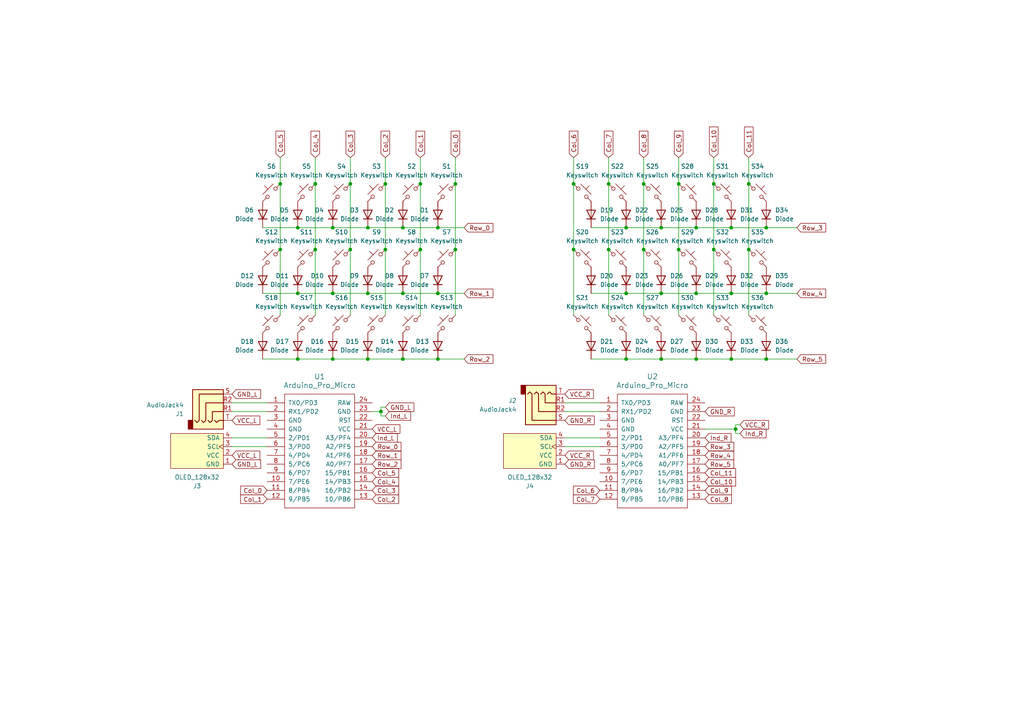
<source format=kicad_sch>
(kicad_sch (version 20230121) (generator eeschema)

  (uuid 1e256326-2d4e-4b3e-94ef-94c37fb52d5f)

  (paper "A4")

  (lib_symbols
    (symbol "Connector_Audio:AudioJack4" (in_bom yes) (on_board yes)
      (property "Reference" "J" (at 0 8.89 0)
        (effects (font (size 1.27 1.27)))
      )
      (property "Value" "AudioJack4" (at 0 6.35 0)
        (effects (font (size 1.27 1.27)))
      )
      (property "Footprint" "" (at 0 0 0)
        (effects (font (size 1.27 1.27)) hide)
      )
      (property "Datasheet" "~" (at 0 0 0)
        (effects (font (size 1.27 1.27)) hide)
      )
      (property "ki_keywords" "audio jack receptacle stereo headphones TRRS connector" (at 0 0 0)
        (effects (font (size 1.27 1.27)) hide)
      )
      (property "ki_description" "Audio Jack, 4 Poles (TRRS)" (at 0 0 0)
        (effects (font (size 1.27 1.27)) hide)
      )
      (property "ki_fp_filters" "Jack*" (at 0 0 0)
        (effects (font (size 1.27 1.27)) hide)
      )
      (symbol "AudioJack4_0_1"
        (rectangle (start -6.35 -5.08) (end -7.62 -7.62)
          (stroke (width 0.254) (type default))
          (fill (type outline))
        )
        (polyline
          (pts
            (xy 0 -5.08)
            (xy 0.635 -5.715)
            (xy 1.27 -5.08)
            (xy 2.54 -5.08)
          )
          (stroke (width 0.254) (type default))
          (fill (type none))
        )
        (polyline
          (pts
            (xy -5.715 -5.08)
            (xy -5.08 -5.715)
            (xy -4.445 -5.08)
            (xy -4.445 2.54)
            (xy 2.54 2.54)
          )
          (stroke (width 0.254) (type default))
          (fill (type none))
        )
        (polyline
          (pts
            (xy -1.905 -5.08)
            (xy -1.27 -5.715)
            (xy -0.635 -5.08)
            (xy -0.635 -2.54)
            (xy 2.54 -2.54)
          )
          (stroke (width 0.254) (type default))
          (fill (type none))
        )
        (polyline
          (pts
            (xy 2.54 0)
            (xy -2.54 0)
            (xy -2.54 -5.08)
            (xy -3.175 -5.715)
            (xy -3.81 -5.08)
          )
          (stroke (width 0.254) (type default))
          (fill (type none))
        )
        (rectangle (start 2.54 3.81) (end -6.35 -7.62)
          (stroke (width 0.254) (type default))
          (fill (type background))
        )
      )
      (symbol "AudioJack4_1_1"
        (pin passive line (at 5.08 -2.54 180) (length 2.54)
          (name "~" (effects (font (size 1.27 1.27))))
          (number "R1" (effects (font (size 1.27 1.27))))
        )
        (pin passive line (at 5.08 0 180) (length 2.54)
          (name "~" (effects (font (size 1.27 1.27))))
          (number "R2" (effects (font (size 1.27 1.27))))
        )
        (pin passive line (at 5.08 2.54 180) (length 2.54)
          (name "~" (effects (font (size 1.27 1.27))))
          (number "S" (effects (font (size 1.27 1.27))))
        )
        (pin passive line (at 5.08 -5.08 180) (length 2.54)
          (name "~" (effects (font (size 1.27 1.27))))
          (number "T" (effects (font (size 1.27 1.27))))
        )
      )
    )
    (symbol "ScottoKeebs:MCU_Arduino_Pro_Micro" (pin_names (offset 1.016)) (in_bom yes) (on_board yes)
      (property "Reference" "U" (at 0 0 0)
        (effects (font (size 1.524 1.524)))
      )
      (property "Value" "Arduino_Pro_Micro" (at 0 -19.05 0)
        (effects (font (size 1.524 1.524)))
      )
      (property "Footprint" "ScottoKeebs_MCU:Arduino_Pro_Micro" (at 0 -22.86 0)
        (effects (font (size 1.524 1.524)) hide)
      )
      (property "Datasheet" "" (at 26.67 -63.5 90)
        (effects (font (size 1.524 1.524)) hide)
      )
      (symbol "MCU_Arduino_Pro_Micro_0_1"
        (rectangle (start -10.16 16.51) (end 10.16 -16.51)
          (stroke (width 0) (type solid))
          (fill (type none))
        )
      )
      (symbol "MCU_Arduino_Pro_Micro_1_1"
        (pin input line (at -15.24 13.97 0) (length 5.08)
          (name "TX0/PD3" (effects (font (size 1.27 1.27))))
          (number "1" (effects (font (size 1.27 1.27))))
        )
        (pin input line (at -15.24 -8.89 0) (length 5.08)
          (name "7/PE6" (effects (font (size 1.27 1.27))))
          (number "10" (effects (font (size 1.27 1.27))))
        )
        (pin input line (at -15.24 -11.43 0) (length 5.08)
          (name "8/PB4" (effects (font (size 1.27 1.27))))
          (number "11" (effects (font (size 1.27 1.27))))
        )
        (pin input line (at -15.24 -13.97 0) (length 5.08)
          (name "9/PB5" (effects (font (size 1.27 1.27))))
          (number "12" (effects (font (size 1.27 1.27))))
        )
        (pin input line (at 15.24 -13.97 180) (length 5.08)
          (name "10/PB6" (effects (font (size 1.27 1.27))))
          (number "13" (effects (font (size 1.27 1.27))))
        )
        (pin input line (at 15.24 -11.43 180) (length 5.08)
          (name "16/PB2" (effects (font (size 1.27 1.27))))
          (number "14" (effects (font (size 1.27 1.27))))
        )
        (pin input line (at 15.24 -8.89 180) (length 5.08)
          (name "14/PB3" (effects (font (size 1.27 1.27))))
          (number "15" (effects (font (size 1.27 1.27))))
        )
        (pin input line (at 15.24 -6.35 180) (length 5.08)
          (name "15/PB1" (effects (font (size 1.27 1.27))))
          (number "16" (effects (font (size 1.27 1.27))))
        )
        (pin input line (at 15.24 -3.81 180) (length 5.08)
          (name "A0/PF7" (effects (font (size 1.27 1.27))))
          (number "17" (effects (font (size 1.27 1.27))))
        )
        (pin input line (at 15.24 -1.27 180) (length 5.08)
          (name "A1/PF6" (effects (font (size 1.27 1.27))))
          (number "18" (effects (font (size 1.27 1.27))))
        )
        (pin input line (at 15.24 1.27 180) (length 5.08)
          (name "A2/PF5" (effects (font (size 1.27 1.27))))
          (number "19" (effects (font (size 1.27 1.27))))
        )
        (pin input line (at -15.24 11.43 0) (length 5.08)
          (name "RX1/PD2" (effects (font (size 1.27 1.27))))
          (number "2" (effects (font (size 1.27 1.27))))
        )
        (pin input line (at 15.24 3.81 180) (length 5.08)
          (name "A3/PF4" (effects (font (size 1.27 1.27))))
          (number "20" (effects (font (size 1.27 1.27))))
        )
        (pin input line (at 15.24 6.35 180) (length 5.08)
          (name "VCC" (effects (font (size 1.27 1.27))))
          (number "21" (effects (font (size 1.27 1.27))))
        )
        (pin input line (at 15.24 8.89 180) (length 5.08)
          (name "RST" (effects (font (size 1.27 1.27))))
          (number "22" (effects (font (size 1.27 1.27))))
        )
        (pin input line (at 15.24 11.43 180) (length 5.08)
          (name "GND" (effects (font (size 1.27 1.27))))
          (number "23" (effects (font (size 1.27 1.27))))
        )
        (pin input line (at 15.24 13.97 180) (length 5.08)
          (name "RAW" (effects (font (size 1.27 1.27))))
          (number "24" (effects (font (size 1.27 1.27))))
        )
        (pin input line (at -15.24 8.89 0) (length 5.08)
          (name "GND" (effects (font (size 1.27 1.27))))
          (number "3" (effects (font (size 1.27 1.27))))
        )
        (pin input line (at -15.24 6.35 0) (length 5.08)
          (name "GND" (effects (font (size 1.27 1.27))))
          (number "4" (effects (font (size 1.27 1.27))))
        )
        (pin input line (at -15.24 3.81 0) (length 5.08)
          (name "2/PD1" (effects (font (size 1.27 1.27))))
          (number "5" (effects (font (size 1.27 1.27))))
        )
        (pin input line (at -15.24 1.27 0) (length 5.08)
          (name "3/PD0" (effects (font (size 1.27 1.27))))
          (number "6" (effects (font (size 1.27 1.27))))
        )
        (pin input line (at -15.24 -1.27 0) (length 5.08)
          (name "4/PD4" (effects (font (size 1.27 1.27))))
          (number "7" (effects (font (size 1.27 1.27))))
        )
        (pin input line (at -15.24 -3.81 0) (length 5.08)
          (name "5/PC6" (effects (font (size 1.27 1.27))))
          (number "8" (effects (font (size 1.27 1.27))))
        )
        (pin input line (at -15.24 -6.35 0) (length 5.08)
          (name "6/PD7" (effects (font (size 1.27 1.27))))
          (number "9" (effects (font (size 1.27 1.27))))
        )
      )
    )
    (symbol "ScottoKeebs:OLED_128x32" (pin_names (offset 1.016)) (in_bom yes) (on_board yes)
      (property "Reference" "J" (at 0 -6.35 0)
        (effects (font (size 1.27 1.27)))
      )
      (property "Value" "OLED_128x32" (at 0 6.35 0)
        (effects (font (size 1.27 1.27)))
      )
      (property "Footprint" "ScottoKeebs_Components:OLED_128x32" (at 0 8.89 0)
        (effects (font (size 1.27 1.27)) hide)
      )
      (property "Datasheet" "" (at 0 1.27 0)
        (effects (font (size 1.27 1.27)) hide)
      )
      (symbol "OLED_128x32_0_1"
        (rectangle (start 0 5.08) (end 15.24 -5.08)
          (stroke (width 0) (type default))
          (fill (type background))
        )
      )
      (symbol "OLED_128x32_1_1"
        (pin power_in line (at -2.54 -3.81 0) (length 2.54)
          (name "GND" (effects (font (size 1.27 1.27))))
          (number "1" (effects (font (size 1.27 1.27))))
        )
        (pin power_in line (at -2.54 -1.27 0) (length 2.54)
          (name "VCC" (effects (font (size 1.27 1.27))))
          (number "2" (effects (font (size 1.27 1.27))))
        )
        (pin input clock (at -2.54 1.27 0) (length 2.54)
          (name "SCL" (effects (font (size 1.27 1.27))))
          (number "3" (effects (font (size 1.27 1.27))))
        )
        (pin bidirectional line (at -2.54 3.81 0) (length 2.54)
          (name "SDA" (effects (font (size 1.27 1.27))))
          (number "4" (effects (font (size 1.27 1.27))))
        )
      )
    )
    (symbol "ScottoKeebs:Placeholder_Diode" (pin_numbers hide) (pin_names hide) (in_bom yes) (on_board yes)
      (property "Reference" "D" (at 0 2.54 0)
        (effects (font (size 1.27 1.27)))
      )
      (property "Value" "Diode" (at 0 -2.54 0)
        (effects (font (size 1.27 1.27)))
      )
      (property "Footprint" "" (at 0 0 0)
        (effects (font (size 1.27 1.27)) hide)
      )
      (property "Datasheet" "" (at 0 0 0)
        (effects (font (size 1.27 1.27)) hide)
      )
      (property "Sim.Device" "D" (at 0 0 0)
        (effects (font (size 1.27 1.27)) hide)
      )
      (property "Sim.Pins" "1=K 2=A" (at 0 0 0)
        (effects (font (size 1.27 1.27)) hide)
      )
      (property "ki_keywords" "diode" (at 0 0 0)
        (effects (font (size 1.27 1.27)) hide)
      )
      (property "ki_description" "1N4148 (DO-35) or 1N4148W (SOD-123)" (at 0 0 0)
        (effects (font (size 1.27 1.27)) hide)
      )
      (property "ki_fp_filters" "D*DO?35*" (at 0 0 0)
        (effects (font (size 1.27 1.27)) hide)
      )
      (symbol "Placeholder_Diode_0_1"
        (polyline
          (pts
            (xy -1.27 1.27)
            (xy -1.27 -1.27)
          )
          (stroke (width 0.254) (type default))
          (fill (type none))
        )
        (polyline
          (pts
            (xy 1.27 0)
            (xy -1.27 0)
          )
          (stroke (width 0) (type default))
          (fill (type none))
        )
        (polyline
          (pts
            (xy 1.27 1.27)
            (xy 1.27 -1.27)
            (xy -1.27 0)
            (xy 1.27 1.27)
          )
          (stroke (width 0.254) (type default))
          (fill (type none))
        )
      )
      (symbol "Placeholder_Diode_1_1"
        (pin passive line (at -3.81 0 0) (length 2.54)
          (name "K" (effects (font (size 1.27 1.27))))
          (number "1" (effects (font (size 1.27 1.27))))
        )
        (pin passive line (at 3.81 0 180) (length 2.54)
          (name "A" (effects (font (size 1.27 1.27))))
          (number "2" (effects (font (size 1.27 1.27))))
        )
      )
    )
    (symbol "ScottoKeebs:Placeholder_Keyswitch" (pin_numbers hide) (pin_names (offset 1.016) hide) (in_bom yes) (on_board yes)
      (property "Reference" "S" (at 3.048 1.016 0)
        (effects (font (size 1.27 1.27)) (justify left))
      )
      (property "Value" "Keyswitch" (at 0 -3.81 0)
        (effects (font (size 1.27 1.27)))
      )
      (property "Footprint" "" (at 0 0 0)
        (effects (font (size 1.27 1.27)) hide)
      )
      (property "Datasheet" "~" (at 0 0 0)
        (effects (font (size 1.27 1.27)) hide)
      )
      (property "ki_keywords" "switch normally-open pushbutton push-button" (at 0 0 0)
        (effects (font (size 1.27 1.27)) hide)
      )
      (property "ki_description" "Push button switch, normally open, two pins, 45° tilted" (at 0 0 0)
        (effects (font (size 1.27 1.27)) hide)
      )
      (symbol "Placeholder_Keyswitch_0_1"
        (circle (center -1.1684 1.1684) (radius 0.508)
          (stroke (width 0) (type default))
          (fill (type none))
        )
        (polyline
          (pts
            (xy -0.508 2.54)
            (xy 2.54 -0.508)
          )
          (stroke (width 0) (type default))
          (fill (type none))
        )
        (polyline
          (pts
            (xy 1.016 1.016)
            (xy 2.032 2.032)
          )
          (stroke (width 0) (type default))
          (fill (type none))
        )
        (polyline
          (pts
            (xy -2.54 2.54)
            (xy -1.524 1.524)
            (xy -1.524 1.524)
          )
          (stroke (width 0) (type default))
          (fill (type none))
        )
        (polyline
          (pts
            (xy 1.524 -1.524)
            (xy 2.54 -2.54)
            (xy 2.54 -2.54)
            (xy 2.54 -2.54)
          )
          (stroke (width 0) (type default))
          (fill (type none))
        )
        (circle (center 1.143 -1.1938) (radius 0.508)
          (stroke (width 0) (type default))
          (fill (type none))
        )
        (pin passive line (at -2.54 2.54 0) (length 0)
          (name "1" (effects (font (size 1.27 1.27))))
          (number "1" (effects (font (size 1.27 1.27))))
        )
        (pin passive line (at 2.54 -2.54 180) (length 0)
          (name "2" (effects (font (size 1.27 1.27))))
          (number "2" (effects (font (size 1.27 1.27))))
        )
      )
    )
  )

  (junction (at 212.09 104.14) (diameter 0) (color 0 0 0 0)
    (uuid 01959f51-9e13-4121-98f6-507333e875e7)
  )
  (junction (at 196.85 53.34) (diameter 0) (color 0 0 0 0)
    (uuid 0300f6fa-9738-471d-8c9c-c051ac1cee37)
  )
  (junction (at 91.44 72.39) (diameter 0) (color 0 0 0 0)
    (uuid 086a0116-14c0-402a-8066-2c5fb8fdceb3)
  )
  (junction (at 181.61 85.09) (diameter 0) (color 0 0 0 0)
    (uuid 0970ec84-9220-4432-8a42-d5ff164d7a07)
  )
  (junction (at 116.84 66.04) (diameter 0) (color 0 0 0 0)
    (uuid 0b4e84d9-e7b3-493b-951d-19e81f675424)
  )
  (junction (at 181.61 104.14) (diameter 0) (color 0 0 0 0)
    (uuid 18b70a18-b553-4d2d-b309-816c162178c0)
  )
  (junction (at 106.68 104.14) (diameter 0) (color 0 0 0 0)
    (uuid 1ee3ede5-7ecf-4f1a-a68c-334a0626c678)
  )
  (junction (at 96.52 66.04) (diameter 0) (color 0 0 0 0)
    (uuid 275efaf3-d7cc-4792-a7e4-ba1b43827d78)
  )
  (junction (at 106.68 66.04) (diameter 0) (color 0 0 0 0)
    (uuid 2e5d43ea-9c2f-464c-b0f6-366d948ee3cc)
  )
  (junction (at 222.25 85.09) (diameter 0) (color 0 0 0 0)
    (uuid 36492032-6a1a-4a9d-b1c5-d1901c383d82)
  )
  (junction (at 127 104.14) (diameter 0) (color 0 0 0 0)
    (uuid 3fe0ca6e-b333-4f35-9fc1-a3a97ee6853b)
  )
  (junction (at 132.08 53.34) (diameter 0) (color 0 0 0 0)
    (uuid 40ec17aa-ab0d-4768-b6f8-1de5eb2c5561)
  )
  (junction (at 121.92 72.39) (diameter 0) (color 0 0 0 0)
    (uuid 44ef32bf-eb20-4c8a-92ee-aba9f14a2342)
  )
  (junction (at 116.84 104.14) (diameter 0) (color 0 0 0 0)
    (uuid 49c39e2e-5add-4803-84d4-54d604891a09)
  )
  (junction (at 176.53 53.34) (diameter 0) (color 0 0 0 0)
    (uuid 518efb88-8e8c-4932-8909-e42940c10f1a)
  )
  (junction (at 191.77 85.09) (diameter 0) (color 0 0 0 0)
    (uuid 52e213a4-8d50-47c4-89a9-63cbab8b3cf0)
  )
  (junction (at 222.25 104.14) (diameter 0) (color 0 0 0 0)
    (uuid 540bed91-c2e9-42d3-b98e-2846dfc48c9a)
  )
  (junction (at 127 85.09) (diameter 0) (color 0 0 0 0)
    (uuid 541c2cd2-face-4553-92e6-0676494f1a81)
  )
  (junction (at 201.93 66.04) (diameter 0) (color 0 0 0 0)
    (uuid 5e2406e3-bd47-4225-9192-f449de33cfd2)
  )
  (junction (at 207.01 72.39) (diameter 0) (color 0 0 0 0)
    (uuid 5ef046f2-a85a-4a76-919f-2ce75edc70fc)
  )
  (junction (at 91.44 53.34) (diameter 0) (color 0 0 0 0)
    (uuid 6ada7697-e710-442b-9c0f-4e3291f60273)
  )
  (junction (at 217.17 53.34) (diameter 0) (color 0 0 0 0)
    (uuid 6bbf12dc-f76f-4bda-a73c-9d3a1c158ab9)
  )
  (junction (at 176.53 72.39) (diameter 0) (color 0 0 0 0)
    (uuid 76dbea5f-374c-48fa-9b8c-1e13beac5a73)
  )
  (junction (at 101.6 53.34) (diameter 0) (color 0 0 0 0)
    (uuid 770d6338-25c3-4588-876d-dfbcef59feaa)
  )
  (junction (at 212.09 66.04) (diameter 0) (color 0 0 0 0)
    (uuid 7b6a0d04-92dc-40e3-ad54-a1db4ae50786)
  )
  (junction (at 181.61 66.04) (diameter 0) (color 0 0 0 0)
    (uuid 7bb2d00f-f6f1-4bc6-b04c-6a5e879d1155)
  )
  (junction (at 86.36 85.09) (diameter 0) (color 0 0 0 0)
    (uuid 80955b0e-bbb1-4d9e-93d3-0f416a4e7462)
  )
  (junction (at 166.37 53.34) (diameter 0) (color 0 0 0 0)
    (uuid 8b981d2d-4c3b-4fdb-b3c8-d2aa3e8f7676)
  )
  (junction (at 217.17 72.39) (diameter 0) (color 0 0 0 0)
    (uuid 8bec7888-9a0f-410b-ae33-e6b01f311a01)
  )
  (junction (at 81.28 53.34) (diameter 0) (color 0 0 0 0)
    (uuid 8e9961c2-1680-4b0c-9bae-3d55773652ff)
  )
  (junction (at 106.68 85.09) (diameter 0) (color 0 0 0 0)
    (uuid 94530699-14a3-439e-895f-51d75bc64953)
  )
  (junction (at 212.09 85.09) (diameter 0) (color 0 0 0 0)
    (uuid 960ad97e-66f9-4dd1-9be6-d766c075fb9e)
  )
  (junction (at 86.36 104.14) (diameter 0) (color 0 0 0 0)
    (uuid a0eb6b56-5c1e-440b-b0a1-1d2880656fcd)
  )
  (junction (at 207.01 53.34) (diameter 0) (color 0 0 0 0)
    (uuid af069cc5-c8e1-4f78-8190-6cb46dc32b4d)
  )
  (junction (at 166.37 72.39) (diameter 0) (color 0 0 0 0)
    (uuid b17af773-e010-4fb9-9961-a7919e596d02)
  )
  (junction (at 121.92 53.34) (diameter 0) (color 0 0 0 0)
    (uuid b2fc7230-8cda-4fe0-b1f7-fca37e25426c)
  )
  (junction (at 86.36 66.04) (diameter 0) (color 0 0 0 0)
    (uuid b8164d57-2b2f-4586-8f8a-4474dc5446f9)
  )
  (junction (at 201.93 104.14) (diameter 0) (color 0 0 0 0)
    (uuid b955b071-94ad-428c-b34e-b64d1162029c)
  )
  (junction (at 213.36 124.46) (diameter 0) (color 0 0 0 0)
    (uuid bce27508-4504-4d36-8808-92722328f7d5)
  )
  (junction (at 186.69 72.39) (diameter 0) (color 0 0 0 0)
    (uuid c1969c5e-87b1-4ae3-bb93-49d21895312b)
  )
  (junction (at 110.49 119.38) (diameter 0) (color 0 0 0 0)
    (uuid c22030cf-0687-4b0b-bf44-07bc16fd9cc9)
  )
  (junction (at 196.85 72.39) (diameter 0) (color 0 0 0 0)
    (uuid c2a353a6-15ba-4c08-b8d2-13b84a4f6d67)
  )
  (junction (at 111.76 53.34) (diameter 0) (color 0 0 0 0)
    (uuid c3c4ebdb-e522-4dc7-9f7c-3d16632dc6a8)
  )
  (junction (at 132.08 72.39) (diameter 0) (color 0 0 0 0)
    (uuid c54487af-dcb6-48b9-899c-3692c01a79a9)
  )
  (junction (at 222.25 66.04) (diameter 0) (color 0 0 0 0)
    (uuid ccfa88cb-ea2d-4d14-83cd-fb9b9973f863)
  )
  (junction (at 81.28 72.39) (diameter 0) (color 0 0 0 0)
    (uuid d03377d0-c386-4640-a5c7-a3cddcf0f2e5)
  )
  (junction (at 111.76 72.39) (diameter 0) (color 0 0 0 0)
    (uuid d12cf195-e6f8-4334-97a5-fa417ab107a7)
  )
  (junction (at 191.77 104.14) (diameter 0) (color 0 0 0 0)
    (uuid d7abc44f-3831-43b2-afbf-a11acae09df3)
  )
  (junction (at 101.6 72.39) (diameter 0) (color 0 0 0 0)
    (uuid dbb8dc64-09dd-40e4-8300-5c774dd5d4b4)
  )
  (junction (at 96.52 85.09) (diameter 0) (color 0 0 0 0)
    (uuid e78a3e5b-b1f0-4dca-8e8e-4ca5bf9bdb72)
  )
  (junction (at 127 66.04) (diameter 0) (color 0 0 0 0)
    (uuid e7ba77f2-7ef8-49a6-adea-65037989d5cf)
  )
  (junction (at 201.93 85.09) (diameter 0) (color 0 0 0 0)
    (uuid f50d41b6-c82a-4ea3-88a2-986c186cd4ae)
  )
  (junction (at 116.84 85.09) (diameter 0) (color 0 0 0 0)
    (uuid f9534079-09c4-401d-8e54-a128846d2c3e)
  )
  (junction (at 191.77 66.04) (diameter 0) (color 0 0 0 0)
    (uuid f9c82496-2ade-4995-9dcd-f19190eaa6ad)
  )
  (junction (at 186.69 53.34) (diameter 0) (color 0 0 0 0)
    (uuid fca72480-c716-41af-932d-fb76071a6da1)
  )
  (junction (at 96.52 104.14) (diameter 0) (color 0 0 0 0)
    (uuid fed8e304-9401-4fad-bc50-ee3b4818d2cd)
  )

  (wire (pts (xy 217.17 45.72) (xy 217.17 53.34))
    (stroke (width 0) (type default))
    (uuid 018f98f0-bccf-4278-a527-50f5ff432a82)
  )
  (wire (pts (xy 186.69 53.34) (xy 186.69 72.39))
    (stroke (width 0) (type default))
    (uuid 0b58daa2-dc9d-4876-bbc7-a2ebf07fb782)
  )
  (wire (pts (xy 116.84 85.09) (xy 106.68 85.09))
    (stroke (width 0) (type default))
    (uuid 100725f0-90d0-408d-929e-866462d24164)
  )
  (wire (pts (xy 132.08 53.34) (xy 132.08 72.39))
    (stroke (width 0) (type default))
    (uuid 118a214d-6a14-4eab-b63b-ccdd54212d2a)
  )
  (wire (pts (xy 201.93 85.09) (xy 212.09 85.09))
    (stroke (width 0) (type default))
    (uuid 12336cfc-f4a3-4aae-9e8f-4e2c0ff7dc57)
  )
  (wire (pts (xy 207.01 45.72) (xy 207.01 53.34))
    (stroke (width 0) (type default))
    (uuid 14d32b6b-dc5f-4d07-909b-3055b4129054)
  )
  (wire (pts (xy 201.93 104.14) (xy 212.09 104.14))
    (stroke (width 0) (type default))
    (uuid 19856b83-19f2-432f-8e07-2cac65845023)
  )
  (wire (pts (xy 191.77 104.14) (xy 201.93 104.14))
    (stroke (width 0) (type default))
    (uuid 28e942c3-34cc-4987-b118-41e4d3510c47)
  )
  (wire (pts (xy 86.36 85.09) (xy 76.2 85.09))
    (stroke (width 0) (type default))
    (uuid 297be558-fa5e-4f93-bfdf-4d9f3b4426b9)
  )
  (wire (pts (xy 91.44 53.34) (xy 91.44 72.39))
    (stroke (width 0) (type default))
    (uuid 2cf9e92d-5b80-494b-b71f-427da9cd2b30)
  )
  (wire (pts (xy 212.09 66.04) (xy 222.25 66.04))
    (stroke (width 0) (type default))
    (uuid 2ded6379-9dec-4cfc-84ac-2c870add47ac)
  )
  (wire (pts (xy 163.83 116.84) (xy 173.99 116.84))
    (stroke (width 0) (type default))
    (uuid 33536916-79b8-40d6-b85d-d58058f509a6)
  )
  (wire (pts (xy 116.84 66.04) (xy 106.68 66.04))
    (stroke (width 0) (type default))
    (uuid 3605a99c-5724-4c97-b52d-4c20d476240d)
  )
  (wire (pts (xy 166.37 72.39) (xy 166.37 91.44))
    (stroke (width 0) (type default))
    (uuid 37a625aa-100e-4147-8d28-5a96f8322ca8)
  )
  (wire (pts (xy 121.92 72.39) (xy 121.92 91.44))
    (stroke (width 0) (type default))
    (uuid 3a06db11-e6b5-4c89-9ffc-c86a104341d2)
  )
  (wire (pts (xy 111.76 72.39) (xy 111.76 91.44))
    (stroke (width 0) (type default))
    (uuid 3ffa46db-982f-4902-9f6f-816d6155f364)
  )
  (wire (pts (xy 91.44 45.72) (xy 91.44 53.34))
    (stroke (width 0) (type default))
    (uuid 421685a4-5d07-40b8-8f5a-243f8538b447)
  )
  (wire (pts (xy 171.45 66.04) (xy 181.61 66.04))
    (stroke (width 0) (type default))
    (uuid 43bfd4fd-98a8-45f3-9b60-36f89405d1aa)
  )
  (wire (pts (xy 166.37 53.34) (xy 166.37 72.39))
    (stroke (width 0) (type default))
    (uuid 43f7daba-9200-4358-ab90-b54ff59bbd9f)
  )
  (wire (pts (xy 106.68 104.14) (xy 96.52 104.14))
    (stroke (width 0) (type default))
    (uuid 44171a55-6bd0-436a-9d24-624106d59763)
  )
  (wire (pts (xy 176.53 53.34) (xy 176.53 72.39))
    (stroke (width 0) (type default))
    (uuid 45124bf2-67b0-45d1-8be2-ceac6ae1dce8)
  )
  (wire (pts (xy 81.28 45.72) (xy 81.28 53.34))
    (stroke (width 0) (type default))
    (uuid 459742e0-10d1-49ff-9110-3800c549a705)
  )
  (wire (pts (xy 181.61 66.04) (xy 191.77 66.04))
    (stroke (width 0) (type default))
    (uuid 468bb62a-e9cd-4f0b-b7cc-109e93c2aef8)
  )
  (wire (pts (xy 111.76 120.65) (xy 110.49 120.65))
    (stroke (width 0) (type default))
    (uuid 4784861a-640f-4c29-b307-100912d822b8)
  )
  (wire (pts (xy 163.83 119.38) (xy 173.99 119.38))
    (stroke (width 0) (type default))
    (uuid 4b109b52-6af8-4e7b-a31e-f480eba1e891)
  )
  (wire (pts (xy 81.28 53.34) (xy 81.28 72.39))
    (stroke (width 0) (type default))
    (uuid 5442e350-fc63-44c4-a0a7-7be1d43a53c8)
  )
  (wire (pts (xy 111.76 45.72) (xy 111.76 53.34))
    (stroke (width 0) (type default))
    (uuid 568cde14-4d53-4e59-9829-ed410ec7c991)
  )
  (wire (pts (xy 163.83 127) (xy 173.99 127))
    (stroke (width 0) (type default))
    (uuid 5b7c29a5-f327-43fb-bbb8-16573bd26627)
  )
  (wire (pts (xy 86.36 104.14) (xy 76.2 104.14))
    (stroke (width 0) (type default))
    (uuid 5d13030e-a1e7-419d-a6d2-0852e52389e7)
  )
  (wire (pts (xy 127 85.09) (xy 134.62 85.09))
    (stroke (width 0) (type default))
    (uuid 5d68400f-a385-491e-8335-76f55a748fcd)
  )
  (wire (pts (xy 111.76 118.11) (xy 110.49 118.11))
    (stroke (width 0) (type default))
    (uuid 5ec9f328-bc45-431d-9653-633899765091)
  )
  (wire (pts (xy 96.52 104.14) (xy 86.36 104.14))
    (stroke (width 0) (type default))
    (uuid 611e774a-51a4-4cc7-a60e-0da2ff031bb1)
  )
  (wire (pts (xy 222.25 66.04) (xy 231.14 66.04))
    (stroke (width 0) (type default))
    (uuid 61c40204-8f5f-4538-9113-fab22618e478)
  )
  (wire (pts (xy 106.68 66.04) (xy 96.52 66.04))
    (stroke (width 0) (type default))
    (uuid 63317fae-3402-4faf-ac19-17fc39a45fad)
  )
  (wire (pts (xy 116.84 85.09) (xy 127 85.09))
    (stroke (width 0) (type default))
    (uuid 65e7148a-464a-4e55-b911-3178bfb35510)
  )
  (wire (pts (xy 106.68 85.09) (xy 96.52 85.09))
    (stroke (width 0) (type default))
    (uuid 67881ec3-aeef-4a4e-85f3-a218a6f02a25)
  )
  (wire (pts (xy 181.61 104.14) (xy 191.77 104.14))
    (stroke (width 0) (type default))
    (uuid 691f1be6-b2b5-49dc-8dbf-ab6537c4d24e)
  )
  (wire (pts (xy 171.45 85.09) (xy 181.61 85.09))
    (stroke (width 0) (type default))
    (uuid 6bc72cdf-f802-48e1-a549-813b6ce7c9e2)
  )
  (wire (pts (xy 176.53 72.39) (xy 176.53 91.44))
    (stroke (width 0) (type default))
    (uuid 6d6febec-8459-4310-84ec-e36044887185)
  )
  (wire (pts (xy 217.17 72.39) (xy 217.17 91.44))
    (stroke (width 0) (type default))
    (uuid 6edf4998-3d6a-41b3-9e80-6410a52d03a3)
  )
  (wire (pts (xy 213.36 125.73) (xy 213.36 124.46))
    (stroke (width 0) (type default))
    (uuid 74b0c5df-5d23-4d18-9c4f-bd68269a366e)
  )
  (wire (pts (xy 91.44 72.39) (xy 91.44 91.44))
    (stroke (width 0) (type default))
    (uuid 7500f93c-fae2-4137-ac38-3810119ba6b7)
  )
  (wire (pts (xy 196.85 72.39) (xy 196.85 91.44))
    (stroke (width 0) (type default))
    (uuid 765d60b1-806a-4759-9714-d8bf89623a6d)
  )
  (wire (pts (xy 186.69 72.39) (xy 186.69 91.44))
    (stroke (width 0) (type default))
    (uuid 804db8e9-eabf-417e-8496-aa9acaf13f8d)
  )
  (wire (pts (xy 116.84 66.04) (xy 127 66.04))
    (stroke (width 0) (type default))
    (uuid 8e5f2bbf-6787-4909-b084-5f1d7fc83304)
  )
  (wire (pts (xy 110.49 120.65) (xy 110.49 119.38))
    (stroke (width 0) (type default))
    (uuid 8ee6f0c1-ce8c-4075-b533-5d543ae19fb8)
  )
  (wire (pts (xy 214.63 123.19) (xy 213.36 123.19))
    (stroke (width 0) (type default))
    (uuid 8f662f68-86bb-4c0e-9af8-0e7efdfa4aca)
  )
  (wire (pts (xy 127 66.04) (xy 134.62 66.04))
    (stroke (width 0) (type default))
    (uuid 90b4a9f8-2a40-4596-bac7-26dc2b539a8b)
  )
  (wire (pts (xy 132.08 72.39) (xy 132.08 91.44))
    (stroke (width 0) (type default))
    (uuid 92df7338-c6c8-4236-acc6-9261cea51644)
  )
  (wire (pts (xy 207.01 53.34) (xy 207.01 72.39))
    (stroke (width 0) (type default))
    (uuid 956dce8e-b5c5-4d62-83ff-ee5b7e714d4d)
  )
  (wire (pts (xy 181.61 85.09) (xy 191.77 85.09))
    (stroke (width 0) (type default))
    (uuid 960fbd1a-eb93-4f16-811a-68410b51bcb6)
  )
  (wire (pts (xy 77.47 127) (xy 67.31 127))
    (stroke (width 0) (type default))
    (uuid 98686e02-d0da-45a1-99aa-0a632a833e16)
  )
  (wire (pts (xy 163.83 129.54) (xy 173.99 129.54))
    (stroke (width 0) (type default))
    (uuid 98c8ada9-ab2f-43c2-a693-e6d1166825db)
  )
  (wire (pts (xy 111.76 53.34) (xy 111.76 72.39))
    (stroke (width 0) (type default))
    (uuid 9a2a11e5-9046-43f2-ad85-df4d6ec9513b)
  )
  (wire (pts (xy 214.63 125.73) (xy 213.36 125.73))
    (stroke (width 0) (type default))
    (uuid 9e5b2e87-2ca7-41f6-9807-f51c38b96399)
  )
  (wire (pts (xy 67.31 116.84) (xy 77.47 116.84))
    (stroke (width 0) (type default))
    (uuid a65e2cba-467c-4aa7-afce-5dd1e534ffe8)
  )
  (wire (pts (xy 222.25 85.09) (xy 231.14 85.09))
    (stroke (width 0) (type default))
    (uuid a75453b9-32eb-47c0-aed9-25b6ab1c4207)
  )
  (wire (pts (xy 96.52 85.09) (xy 86.36 85.09))
    (stroke (width 0) (type default))
    (uuid a7ccc45f-5145-4419-b39b-682e43ba33aa)
  )
  (wire (pts (xy 121.92 45.72) (xy 121.92 53.34))
    (stroke (width 0) (type default))
    (uuid b01e42b6-1f13-4fd4-bac3-a8623a82c07b)
  )
  (wire (pts (xy 101.6 53.34) (xy 101.6 72.39))
    (stroke (width 0) (type default))
    (uuid b02e5cd8-83f1-411f-80f4-d50b8b18d394)
  )
  (wire (pts (xy 110.49 118.11) (xy 110.49 119.38))
    (stroke (width 0) (type default))
    (uuid b5ddcccc-dcae-40cc-9ee7-b0ff36dfade1)
  )
  (wire (pts (xy 217.17 53.34) (xy 217.17 72.39))
    (stroke (width 0) (type default))
    (uuid b8559f7b-cd94-454a-b682-e9bc31951159)
  )
  (wire (pts (xy 96.52 66.04) (xy 86.36 66.04))
    (stroke (width 0) (type default))
    (uuid bfc5fbdc-dbd3-47eb-ad88-a63227de6e35)
  )
  (wire (pts (xy 176.53 45.72) (xy 176.53 53.34))
    (stroke (width 0) (type default))
    (uuid c2f9f5fb-0ecf-4633-80e3-d2cd124a3662)
  )
  (wire (pts (xy 171.45 104.14) (xy 181.61 104.14))
    (stroke (width 0) (type default))
    (uuid c4d05152-3728-4e41-adae-3a9aed71668a)
  )
  (wire (pts (xy 196.85 53.34) (xy 196.85 72.39))
    (stroke (width 0) (type default))
    (uuid c789da19-439a-4e05-857e-00be523e1dd0)
  )
  (wire (pts (xy 101.6 72.39) (xy 101.6 91.44))
    (stroke (width 0) (type default))
    (uuid c7f4f4bf-3257-4195-929f-5fbc162048bd)
  )
  (wire (pts (xy 116.84 104.14) (xy 106.68 104.14))
    (stroke (width 0) (type default))
    (uuid ca62b793-8ff3-4791-a67a-f088a68fe9f8)
  )
  (wire (pts (xy 86.36 66.04) (xy 76.2 66.04))
    (stroke (width 0) (type default))
    (uuid cb4b903e-1516-4bfc-879b-77df96216c19)
  )
  (wire (pts (xy 207.01 72.39) (xy 207.01 91.44))
    (stroke (width 0) (type default))
    (uuid cea448ba-7f30-4ced-b028-7a8fef845d7a)
  )
  (wire (pts (xy 213.36 124.46) (xy 204.47 124.46))
    (stroke (width 0) (type default))
    (uuid cf529d32-58b1-465b-8bad-9aaff43614ad)
  )
  (wire (pts (xy 67.31 119.38) (xy 77.47 119.38))
    (stroke (width 0) (type default))
    (uuid d26b46e3-84ef-416d-9209-e25af3553250)
  )
  (wire (pts (xy 132.08 45.72) (xy 132.08 53.34))
    (stroke (width 0) (type default))
    (uuid d69555c0-41f7-4109-a5fb-1adec7a20708)
  )
  (wire (pts (xy 222.25 104.14) (xy 231.14 104.14))
    (stroke (width 0) (type default))
    (uuid d707af71-9141-4964-a543-fbccaa951bf3)
  )
  (wire (pts (xy 196.85 45.72) (xy 196.85 53.34))
    (stroke (width 0) (type default))
    (uuid d75792bf-1d49-42e1-9ed3-1fc869dfd473)
  )
  (wire (pts (xy 186.69 45.72) (xy 186.69 53.34))
    (stroke (width 0) (type default))
    (uuid def58fd2-d8ce-4802-8846-b76098dc9f16)
  )
  (wire (pts (xy 212.09 85.09) (xy 222.25 85.09))
    (stroke (width 0) (type default))
    (uuid e04783e3-94b9-403c-842d-255b838e9ad6)
  )
  (wire (pts (xy 191.77 85.09) (xy 201.93 85.09))
    (stroke (width 0) (type default))
    (uuid e13d71b3-0bac-4c40-8efc-928f500d3041)
  )
  (wire (pts (xy 67.31 129.54) (xy 77.47 129.54))
    (stroke (width 0) (type default))
    (uuid e14d4bf0-e764-497e-938f-fd948057124c)
  )
  (wire (pts (xy 81.28 72.39) (xy 81.28 91.44))
    (stroke (width 0) (type default))
    (uuid e307d42c-bbc6-4263-baec-e375a0835dd8)
  )
  (wire (pts (xy 213.36 123.19) (xy 213.36 124.46))
    (stroke (width 0) (type default))
    (uuid eb2866d8-7810-49cf-afbd-72530061bcdf)
  )
  (wire (pts (xy 116.84 104.14) (xy 127 104.14))
    (stroke (width 0) (type default))
    (uuid ee541b7e-e559-47f1-9998-3ffb7bace1d1)
  )
  (wire (pts (xy 121.92 53.34) (xy 121.92 72.39))
    (stroke (width 0) (type default))
    (uuid f1152ce0-98e8-45c6-b9f7-cee8506831f7)
  )
  (wire (pts (xy 201.93 66.04) (xy 212.09 66.04))
    (stroke (width 0) (type default))
    (uuid f218f2b0-fc8d-4831-9bc2-97853a8c4c6a)
  )
  (wire (pts (xy 110.49 119.38) (xy 107.95 119.38))
    (stroke (width 0) (type default))
    (uuid f268f5b0-a2a4-4ffb-9999-6ad9a1a6f829)
  )
  (wire (pts (xy 191.77 66.04) (xy 201.93 66.04))
    (stroke (width 0) (type default))
    (uuid f5c13f38-0a2e-4bd0-a9c1-85eca32f589d)
  )
  (wire (pts (xy 212.09 104.14) (xy 222.25 104.14))
    (stroke (width 0) (type default))
    (uuid f5da42af-a069-4170-ad08-8cc954f10437)
  )
  (wire (pts (xy 166.37 45.72) (xy 166.37 53.34))
    (stroke (width 0) (type default))
    (uuid fa04d18c-4d8c-456e-a85a-1c30ee9f2aed)
  )
  (wire (pts (xy 127 104.14) (xy 134.62 104.14))
    (stroke (width 0) (type default))
    (uuid fac8ef64-c469-4e5c-8d31-bfdb24478720)
  )
  (wire (pts (xy 101.6 45.72) (xy 101.6 53.34))
    (stroke (width 0) (type default))
    (uuid fafd2abe-4474-467c-8ef9-7061f9d47f90)
  )

  (global_label "Row_2" (shape input) (at 107.95 134.62 0) (fields_autoplaced)
    (effects (font (size 1.27 1.27)) (justify left))
    (uuid 01f8c1c0-3aaa-4485-addd-fc47d1b80a40)
    (property "Intersheetrefs" "${INTERSHEET_REFS}" (at 116.8618 134.62 0)
      (effects (font (size 1.27 1.27)) (justify left) hide)
    )
  )
  (global_label "Col_11" (shape input) (at 217.17 45.72 90) (fields_autoplaced)
    (effects (font (size 1.27 1.27)) (justify left))
    (uuid 058ec5ee-b3c1-46e4-8e01-eb55964685a6)
    (property "Intersheetrefs" "${INTERSHEET_REFS}" (at 217.17 36.264 90)
      (effects (font (size 1.27 1.27)) (justify left) hide)
    )
  )
  (global_label "Row_5" (shape input) (at 204.47 134.62 0) (fields_autoplaced)
    (effects (font (size 1.27 1.27)) (justify left))
    (uuid 0cf0f12e-4690-481d-aef8-c61a28377487)
    (property "Intersheetrefs" "${INTERSHEET_REFS}" (at 213.3818 134.62 0)
      (effects (font (size 1.27 1.27)) (justify left) hide)
    )
  )
  (global_label "Col_5" (shape input) (at 107.95 137.16 0) (fields_autoplaced)
    (effects (font (size 1.27 1.27)) (justify left))
    (uuid 1676432c-3d9f-4274-b230-5b9b7fc9ef0d)
    (property "Intersheetrefs" "${INTERSHEET_REFS}" (at 116.1965 137.16 0)
      (effects (font (size 1.27 1.27)) (justify left) hide)
    )
  )
  (global_label "Col_9" (shape input) (at 204.47 142.24 0) (fields_autoplaced)
    (effects (font (size 1.27 1.27)) (justify left))
    (uuid 169c65c0-6879-4df8-a98f-f6ea8d2be55a)
    (property "Intersheetrefs" "${INTERSHEET_REFS}" (at 212.7165 142.24 0)
      (effects (font (size 1.27 1.27)) (justify left) hide)
    )
  )
  (global_label "Col_6" (shape input) (at 173.99 142.24 180) (fields_autoplaced)
    (effects (font (size 1.27 1.27)) (justify right))
    (uuid 1981ebe1-a67c-491e-a6f3-98a0ed0a5d13)
    (property "Intersheetrefs" "${INTERSHEET_REFS}" (at 165.7435 142.24 0)
      (effects (font (size 1.27 1.27)) (justify right) hide)
    )
  )
  (global_label "Col_8" (shape input) (at 204.47 144.78 0) (fields_autoplaced)
    (effects (font (size 1.27 1.27)) (justify left))
    (uuid 1fb55c4b-fa21-47d7-b726-4858cd25fcf5)
    (property "Intersheetrefs" "${INTERSHEET_REFS}" (at 212.7165 144.78 0)
      (effects (font (size 1.27 1.27)) (justify left) hide)
    )
  )
  (global_label "Ind_R" (shape input) (at 214.63 125.73 0) (fields_autoplaced)
    (effects (font (size 1.27 1.27)) (justify left))
    (uuid 25212411-323a-4d3f-b77e-e16418a618b5)
    (property "Intersheetrefs" "${INTERSHEET_REFS}" (at 222.7556 125.73 0)
      (effects (font (size 1.27 1.27)) (justify left) hide)
    )
  )
  (global_label "Col_0" (shape input) (at 132.08 45.72 90) (fields_autoplaced)
    (effects (font (size 1.27 1.27)) (justify left))
    (uuid 271a6057-108a-476d-b8df-7f06d9797939)
    (property "Intersheetrefs" "${INTERSHEET_REFS}" (at 132.08 37.4735 90)
      (effects (font (size 1.27 1.27)) (justify right) hide)
    )
  )
  (global_label "Row_3" (shape input) (at 231.14 66.04 0) (fields_autoplaced)
    (effects (font (size 1.27 1.27)) (justify left))
    (uuid 2b55f581-4ee4-4e54-aab8-ea54b84866c2)
    (property "Intersheetrefs" "${INTERSHEET_REFS}" (at 240.0518 66.04 0)
      (effects (font (size 1.27 1.27)) (justify left) hide)
    )
  )
  (global_label "Row_4" (shape input) (at 231.14 85.09 0) (fields_autoplaced)
    (effects (font (size 1.27 1.27)) (justify left))
    (uuid 3428ac51-c56f-43ef-89b6-91f36ce5c384)
    (property "Intersheetrefs" "${INTERSHEET_REFS}" (at 240.0518 85.09 0)
      (effects (font (size 1.27 1.27)) (justify left) hide)
    )
  )
  (global_label "Col_11" (shape input) (at 204.47 137.16 0) (fields_autoplaced)
    (effects (font (size 1.27 1.27)) (justify left))
    (uuid 36c40736-f369-40d8-9004-6e2f93e88690)
    (property "Intersheetrefs" "${INTERSHEET_REFS}" (at 213.926 137.16 0)
      (effects (font (size 1.27 1.27)) (justify left) hide)
    )
  )
  (global_label "VCC_R" (shape input) (at 163.83 132.08 0) (fields_autoplaced)
    (effects (font (size 1.27 1.27)) (justify left))
    (uuid 38d05eda-07fd-4b60-abdc-eba275292083)
    (property "Intersheetrefs" "${INTERSHEET_REFS}" (at 172.6814 132.08 0)
      (effects (font (size 1.27 1.27)) (justify left) hide)
    )
  )
  (global_label "GND_R" (shape input) (at 163.83 134.62 0) (fields_autoplaced)
    (effects (font (size 1.27 1.27)) (justify left))
    (uuid 4436a854-f1d3-4bd3-a0d9-a11585ec5484)
    (property "Intersheetrefs" "${INTERSHEET_REFS}" (at 172.9233 134.62 0)
      (effects (font (size 1.27 1.27)) (justify left) hide)
    )
  )
  (global_label "Col_0" (shape input) (at 77.47 142.24 180) (fields_autoplaced)
    (effects (font (size 1.27 1.27)) (justify right))
    (uuid 478b7d05-a387-4f3d-854f-9cd0894fa04f)
    (property "Intersheetrefs" "${INTERSHEET_REFS}" (at 69.2235 142.24 0)
      (effects (font (size 1.27 1.27)) (justify right) hide)
    )
  )
  (global_label "Col_3" (shape input) (at 107.95 142.24 0) (fields_autoplaced)
    (effects (font (size 1.27 1.27)) (justify left))
    (uuid 5611e6c3-136c-4b98-b1b2-b71313711416)
    (property "Intersheetrefs" "${INTERSHEET_REFS}" (at 116.1965 142.24 0)
      (effects (font (size 1.27 1.27)) (justify left) hide)
    )
  )
  (global_label "GND_L" (shape input) (at 67.31 114.3 0) (fields_autoplaced)
    (effects (font (size 1.27 1.27)) (justify left))
    (uuid 5cdfb82d-b554-4289-b240-c184c7e0286c)
    (property "Intersheetrefs" "${INTERSHEET_REFS}" (at 76.1614 114.3 0)
      (effects (font (size 1.27 1.27)) (justify left) hide)
    )
  )
  (global_label "Col_10" (shape input) (at 204.47 139.7 0) (fields_autoplaced)
    (effects (font (size 1.27 1.27)) (justify left))
    (uuid 646b88fe-4cf3-40f1-a3f9-c84c89c2d2d6)
    (property "Intersheetrefs" "${INTERSHEET_REFS}" (at 213.926 139.7 0)
      (effects (font (size 1.27 1.27)) (justify left) hide)
    )
  )
  (global_label "GND_R" (shape input) (at 163.83 121.92 0) (fields_autoplaced)
    (effects (font (size 1.27 1.27)) (justify left))
    (uuid 66385d9c-aaa6-41a6-ab2c-3c2bef57447a)
    (property "Intersheetrefs" "${INTERSHEET_REFS}" (at 172.9233 121.92 0)
      (effects (font (size 1.27 1.27)) (justify left) hide)
    )
  )
  (global_label "Col_1" (shape input) (at 121.92 45.72 90) (fields_autoplaced)
    (effects (font (size 1.27 1.27)) (justify left))
    (uuid 79ead61f-c02e-4ad5-8a8d-7fa2eace9c36)
    (property "Intersheetrefs" "${INTERSHEET_REFS}" (at 121.92 37.4735 90)
      (effects (font (size 1.27 1.27)) (justify right) hide)
    )
  )
  (global_label "Row_2" (shape input) (at 134.62 104.14 0) (fields_autoplaced)
    (effects (font (size 1.27 1.27)) (justify left))
    (uuid 7eaf583a-e742-4ae7-8adc-9ecbeffdd245)
    (property "Intersheetrefs" "${INTERSHEET_REFS}" (at 143.5318 104.14 0)
      (effects (font (size 1.27 1.27)) (justify left) hide)
    )
  )
  (global_label "VCC_R" (shape input) (at 163.83 114.3 0) (fields_autoplaced)
    (effects (font (size 1.27 1.27)) (justify left))
    (uuid 8355f1ed-1e13-46eb-8160-21a9fa5d91c3)
    (property "Intersheetrefs" "${INTERSHEET_REFS}" (at 172.6814 114.3 0)
      (effects (font (size 1.27 1.27)) (justify left) hide)
    )
  )
  (global_label "Col_4" (shape input) (at 107.95 139.7 0) (fields_autoplaced)
    (effects (font (size 1.27 1.27)) (justify left))
    (uuid 85d0f402-b1a7-4426-81e0-01a203acb672)
    (property "Intersheetrefs" "${INTERSHEET_REFS}" (at 116.1965 139.7 0)
      (effects (font (size 1.27 1.27)) (justify left) hide)
    )
  )
  (global_label "Col_5" (shape input) (at 81.28 45.72 90) (fields_autoplaced)
    (effects (font (size 1.27 1.27)) (justify left))
    (uuid 88214b5a-c54e-4224-8467-8b6f08529117)
    (property "Intersheetrefs" "${INTERSHEET_REFS}" (at 81.28 37.4735 90)
      (effects (font (size 1.27 1.27)) (justify right) hide)
    )
  )
  (global_label "Row_0" (shape input) (at 107.95 129.54 0) (fields_autoplaced)
    (effects (font (size 1.27 1.27)) (justify left))
    (uuid 89f02018-e340-413c-bb83-2cec4742ba06)
    (property "Intersheetrefs" "${INTERSHEET_REFS}" (at 116.8618 129.54 0)
      (effects (font (size 1.27 1.27)) (justify left) hide)
    )
  )
  (global_label "Col_9" (shape input) (at 196.85 45.72 90) (fields_autoplaced)
    (effects (font (size 1.27 1.27)) (justify left))
    (uuid 8b0c12b9-2f1a-4988-8969-8d76eded5663)
    (property "Intersheetrefs" "${INTERSHEET_REFS}" (at 196.85 37.4735 90)
      (effects (font (size 1.27 1.27)) (justify left) hide)
    )
  )
  (global_label "GND_R" (shape input) (at 204.47 119.38 0) (fields_autoplaced)
    (effects (font (size 1.27 1.27)) (justify left))
    (uuid 944fee2d-1ec1-4372-b938-e8a709204f65)
    (property "Intersheetrefs" "${INTERSHEET_REFS}" (at 213.5633 119.38 0)
      (effects (font (size 1.27 1.27)) (justify left) hide)
    )
  )
  (global_label "Col_10" (shape input) (at 207.01 45.72 90) (fields_autoplaced)
    (effects (font (size 1.27 1.27)) (justify left))
    (uuid 966e8bfe-dba2-462c-88d7-d8b663b506a9)
    (property "Intersheetrefs" "${INTERSHEET_REFS}" (at 207.01 36.264 90)
      (effects (font (size 1.27 1.27)) (justify left) hide)
    )
  )
  (global_label "Row_1" (shape input) (at 134.62 85.09 0) (fields_autoplaced)
    (effects (font (size 1.27 1.27)) (justify left))
    (uuid 9b68c012-6a4a-4ff9-ac38-790c8bb0659b)
    (property "Intersheetrefs" "${INTERSHEET_REFS}" (at 143.5318 85.09 0)
      (effects (font (size 1.27 1.27)) (justify left) hide)
    )
  )
  (global_label "Col_1" (shape input) (at 77.47 144.78 180) (fields_autoplaced)
    (effects (font (size 1.27 1.27)) (justify right))
    (uuid a0dd72ab-2270-450a-a854-cc1deb25ce65)
    (property "Intersheetrefs" "${INTERSHEET_REFS}" (at 69.2235 144.78 0)
      (effects (font (size 1.27 1.27)) (justify right) hide)
    )
  )
  (global_label "Col_7" (shape input) (at 173.99 144.78 180) (fields_autoplaced)
    (effects (font (size 1.27 1.27)) (justify right))
    (uuid a9a19402-e286-46a7-81c0-b7e06c2b9773)
    (property "Intersheetrefs" "${INTERSHEET_REFS}" (at 165.7435 144.78 0)
      (effects (font (size 1.27 1.27)) (justify right) hide)
    )
  )
  (global_label "Col_2" (shape input) (at 111.76 45.72 90) (fields_autoplaced)
    (effects (font (size 1.27 1.27)) (justify left))
    (uuid ab350bbd-f084-4ded-aae0-de5c507ee311)
    (property "Intersheetrefs" "${INTERSHEET_REFS}" (at 111.76 37.4735 90)
      (effects (font (size 1.27 1.27)) (justify right) hide)
    )
  )
  (global_label "Col_7" (shape input) (at 176.53 45.72 90) (fields_autoplaced)
    (effects (font (size 1.27 1.27)) (justify left))
    (uuid acdd53ef-2bb0-4318-847e-68b72abf764f)
    (property "Intersheetrefs" "${INTERSHEET_REFS}" (at 176.53 37.4735 90)
      (effects (font (size 1.27 1.27)) (justify left) hide)
    )
  )
  (global_label "Row_3" (shape input) (at 204.47 129.54 0) (fields_autoplaced)
    (effects (font (size 1.27 1.27)) (justify left))
    (uuid aed9ce1b-efb4-4f7f-8cc5-330196871705)
    (property "Intersheetrefs" "${INTERSHEET_REFS}" (at 213.3818 129.54 0)
      (effects (font (size 1.27 1.27)) (justify left) hide)
    )
  )
  (global_label "GND_L" (shape input) (at 67.31 134.62 0) (fields_autoplaced)
    (effects (font (size 1.27 1.27)) (justify left))
    (uuid b22ce5ad-e501-47d9-8464-4bc57956f11f)
    (property "Intersheetrefs" "${INTERSHEET_REFS}" (at 76.1614 134.62 0)
      (effects (font (size 1.27 1.27)) (justify left) hide)
    )
  )
  (global_label "VCC_R" (shape input) (at 214.63 123.19 0) (fields_autoplaced)
    (effects (font (size 1.27 1.27)) (justify left))
    (uuid b520030f-6f6a-4660-a282-7a9ef0b1a51a)
    (property "Intersheetrefs" "${INTERSHEET_REFS}" (at 223.4814 123.19 0)
      (effects (font (size 1.27 1.27)) (justify left) hide)
    )
  )
  (global_label "VCC_L" (shape input) (at 107.95 124.46 0) (fields_autoplaced)
    (effects (font (size 1.27 1.27)) (justify left))
    (uuid b97c7c22-18ab-40db-9d9c-1cbaf8ceb5f5)
    (property "Intersheetrefs" "${INTERSHEET_REFS}" (at 116.5595 124.46 0)
      (effects (font (size 1.27 1.27)) (justify left) hide)
    )
  )
  (global_label "Col_8" (shape input) (at 186.69 45.72 90) (fields_autoplaced)
    (effects (font (size 1.27 1.27)) (justify left))
    (uuid c127716b-31f1-4b10-bbea-6320c02eaed3)
    (property "Intersheetrefs" "${INTERSHEET_REFS}" (at 186.69 37.4735 90)
      (effects (font (size 1.27 1.27)) (justify left) hide)
    )
  )
  (global_label "Col_6" (shape input) (at 166.37 45.72 90) (fields_autoplaced)
    (effects (font (size 1.27 1.27)) (justify left))
    (uuid c1c11c8f-97d7-400f-943c-debdaef8afa1)
    (property "Intersheetrefs" "${INTERSHEET_REFS}" (at 166.37 37.4735 90)
      (effects (font (size 1.27 1.27)) (justify left) hide)
    )
  )
  (global_label "VCC_L" (shape input) (at 67.31 121.92 0) (fields_autoplaced)
    (effects (font (size 1.27 1.27)) (justify left))
    (uuid c6b74c26-e86e-42e2-a395-58a922865528)
    (property "Intersheetrefs" "${INTERSHEET_REFS}" (at 75.9195 121.92 0)
      (effects (font (size 1.27 1.27)) (justify left) hide)
    )
  )
  (global_label "Col_3" (shape input) (at 101.6 45.72 90) (fields_autoplaced)
    (effects (font (size 1.27 1.27)) (justify left))
    (uuid c6f04706-1ad0-459a-8230-512a62d326af)
    (property "Intersheetrefs" "${INTERSHEET_REFS}" (at 101.6 37.4735 90)
      (effects (font (size 1.27 1.27)) (justify right) hide)
    )
  )
  (global_label "Ind_L" (shape input) (at 111.76 120.65 0) (fields_autoplaced)
    (effects (font (size 1.27 1.27)) (justify left))
    (uuid c9237455-e1a1-4a2f-97f9-00af6c7bd8d4)
    (property "Intersheetrefs" "${INTERSHEET_REFS}" (at 119.6437 120.65 0)
      (effects (font (size 1.27 1.27)) (justify left) hide)
    )
  )
  (global_label "VCC_L" (shape input) (at 67.31 132.08 0) (fields_autoplaced)
    (effects (font (size 1.27 1.27)) (justify left))
    (uuid cdf457eb-7247-4b61-8882-e6bdda51a4b9)
    (property "Intersheetrefs" "${INTERSHEET_REFS}" (at 75.9195 132.08 0)
      (effects (font (size 1.27 1.27)) (justify left) hide)
    )
  )
  (global_label "Row_0" (shape input) (at 134.62 66.04 0) (fields_autoplaced)
    (effects (font (size 1.27 1.27)) (justify left))
    (uuid d210aa96-f7dd-4a12-9e3a-b5e1862b0200)
    (property "Intersheetrefs" "${INTERSHEET_REFS}" (at 143.5318 66.04 0)
      (effects (font (size 1.27 1.27)) (justify left) hide)
    )
  )
  (global_label "Ind_L" (shape input) (at 107.95 127 0) (fields_autoplaced)
    (effects (font (size 1.27 1.27)) (justify left))
    (uuid d31a1f2c-37d2-488c-8379-becc882d8d87)
    (property "Intersheetrefs" "${INTERSHEET_REFS}" (at 115.8337 127 0)
      (effects (font (size 1.27 1.27)) (justify left) hide)
    )
  )
  (global_label "Col_4" (shape input) (at 91.44 45.72 90) (fields_autoplaced)
    (effects (font (size 1.27 1.27)) (justify left))
    (uuid d69b234d-104c-4508-9cec-e69a4ad80e5f)
    (property "Intersheetrefs" "${INTERSHEET_REFS}" (at 91.44 37.4735 90)
      (effects (font (size 1.27 1.27)) (justify right) hide)
    )
  )
  (global_label "Ind_R" (shape input) (at 204.47 127 0) (fields_autoplaced)
    (effects (font (size 1.27 1.27)) (justify left))
    (uuid dfc9535f-29d0-4870-b199-7c15e5a5dc1d)
    (property "Intersheetrefs" "${INTERSHEET_REFS}" (at 212.5956 127 0)
      (effects (font (size 1.27 1.27)) (justify left) hide)
    )
  )
  (global_label "Row_5" (shape input) (at 231.14 104.14 0) (fields_autoplaced)
    (effects (font (size 1.27 1.27)) (justify left))
    (uuid e6c8751b-494d-4997-a9bd-dd8937830998)
    (property "Intersheetrefs" "${INTERSHEET_REFS}" (at 240.0518 104.14 0)
      (effects (font (size 1.27 1.27)) (justify left) hide)
    )
  )
  (global_label "Row_1" (shape input) (at 107.95 132.08 0) (fields_autoplaced)
    (effects (font (size 1.27 1.27)) (justify left))
    (uuid f11f6fe4-414c-465e-a986-837deb5f68da)
    (property "Intersheetrefs" "${INTERSHEET_REFS}" (at 116.8618 132.08 0)
      (effects (font (size 1.27 1.27)) (justify left) hide)
    )
  )
  (global_label "Col_2" (shape input) (at 107.95 144.78 0) (fields_autoplaced)
    (effects (font (size 1.27 1.27)) (justify left))
    (uuid f8bf4afd-0c57-4fd0-9d40-2203669a2833)
    (property "Intersheetrefs" "${INTERSHEET_REFS}" (at 116.1965 144.78 0)
      (effects (font (size 1.27 1.27)) (justify left) hide)
    )
  )
  (global_label "Row_4" (shape input) (at 204.47 132.08 0) (fields_autoplaced)
    (effects (font (size 1.27 1.27)) (justify left))
    (uuid fc5a0d2e-0f00-4e5c-8295-7aa285a09f82)
    (property "Intersheetrefs" "${INTERSHEET_REFS}" (at 213.3818 132.08 0)
      (effects (font (size 1.27 1.27)) (justify left) hide)
    )
  )
  (global_label "GND_L" (shape input) (at 111.76 118.11 0) (fields_autoplaced)
    (effects (font (size 1.27 1.27)) (justify left))
    (uuid fcb92bfe-7536-4692-b729-a2251f201406)
    (property "Intersheetrefs" "${INTERSHEET_REFS}" (at 120.6114 118.11 0)
      (effects (font (size 1.27 1.27)) (justify left) hide)
    )
  )

  (symbol (lib_id "ScottoKeebs:Placeholder_Diode") (at 106.68 81.28 270) (mirror x) (unit 1)
    (in_bom yes) (on_board yes) (dnp no) (fields_autoplaced)
    (uuid 00dda89b-5a5e-41ac-a77d-f092a084e40b)
    (property "Reference" "D9" (at 104.14 80.01 90)
      (effects (font (size 1.27 1.27)) (justify right))
    )
    (property "Value" "Diode" (at 104.14 82.55 90)
      (effects (font (size 1.27 1.27)) (justify right))
    )
    (property "Footprint" "ScottoKeebs_Components:Diode_DO-35" (at 106.68 81.28 0)
      (effects (font (size 1.27 1.27)) hide)
    )
    (property "Datasheet" "" (at 106.68 81.28 0)
      (effects (font (size 1.27 1.27)) hide)
    )
    (property "Sim.Device" "D" (at 106.68 81.28 0)
      (effects (font (size 1.27 1.27)) hide)
    )
    (property "Sim.Pins" "1=K 2=A" (at 106.68 81.28 0)
      (effects (font (size 1.27 1.27)) hide)
    )
    (pin "1" (uuid 6e4a37d9-2ef7-4f14-92f4-2efd5aca9451))
    (pin "2" (uuid 4635230e-b3d0-48dc-893a-a54fa24d4cc4))
    (instances
      (project "Corne_1"
        (path "/1e256326-2d4e-4b3e-94ef-94c37fb52d5f"
          (reference "D9") (unit 1)
        )
      )
    )
  )

  (symbol (lib_id "ScottoKeebs:Placeholder_Diode") (at 181.61 81.28 90) (unit 1)
    (in_bom yes) (on_board yes) (dnp no) (fields_autoplaced)
    (uuid 012782e0-39fe-43ab-9e98-62e68f8cf950)
    (property "Reference" "D23" (at 184.15 80.01 90)
      (effects (font (size 1.27 1.27)) (justify right))
    )
    (property "Value" "Diode" (at 184.15 82.55 90)
      (effects (font (size 1.27 1.27)) (justify right))
    )
    (property "Footprint" "ScottoKeebs_Components:Diode_DO-35" (at 181.61 81.28 0)
      (effects (font (size 1.27 1.27)) hide)
    )
    (property "Datasheet" "" (at 181.61 81.28 0)
      (effects (font (size 1.27 1.27)) hide)
    )
    (property "Sim.Device" "D" (at 181.61 81.28 0)
      (effects (font (size 1.27 1.27)) hide)
    )
    (property "Sim.Pins" "1=K 2=A" (at 181.61 81.28 0)
      (effects (font (size 1.27 1.27)) hide)
    )
    (pin "1" (uuid 190c1738-6e8f-4e6c-8463-6f5a8e8ce0ad))
    (pin "2" (uuid cc625c71-d203-4a4b-b6ae-70a4f7825892))
    (instances
      (project "Corne_1"
        (path "/1e256326-2d4e-4b3e-94ef-94c37fb52d5f"
          (reference "D23") (unit 1)
        )
      )
    )
  )

  (symbol (lib_id "ScottoKeebs:Placeholder_Keyswitch") (at 168.91 55.88 0) (unit 1)
    (in_bom yes) (on_board yes) (dnp no) (fields_autoplaced)
    (uuid 05102905-1341-4f75-9ed8-635975b39bbb)
    (property "Reference" "S19" (at 168.91 48.26 0)
      (effects (font (size 1.27 1.27)))
    )
    (property "Value" "Keyswitch" (at 168.91 50.8 0)
      (effects (font (size 1.27 1.27)))
    )
    (property "Footprint" "ScottoKeebs_Hotswap:Hotswap_Choc_V1_1.50u" (at 168.91 55.88 0)
      (effects (font (size 1.27 1.27)) hide)
    )
    (property "Datasheet" "~" (at 168.91 55.88 0)
      (effects (font (size 1.27 1.27)) hide)
    )
    (pin "1" (uuid 1a11ffae-5fe2-41c5-a428-04ca44df0fb3))
    (pin "2" (uuid 1ffe8131-5e7f-49d7-a7c8-f88a992f64ff))
    (instances
      (project "Corne_1"
        (path "/1e256326-2d4e-4b3e-94ef-94c37fb52d5f"
          (reference "S19") (unit 1)
        )
      )
    )
  )

  (symbol (lib_id "ScottoKeebs:Placeholder_Diode") (at 181.61 100.33 90) (unit 1)
    (in_bom yes) (on_board yes) (dnp no) (fields_autoplaced)
    (uuid 0b05dac5-3a97-4b67-a54b-7e6b3e6395f4)
    (property "Reference" "D24" (at 184.15 99.06 90)
      (effects (font (size 1.27 1.27)) (justify right))
    )
    (property "Value" "Diode" (at 184.15 101.6 90)
      (effects (font (size 1.27 1.27)) (justify right))
    )
    (property "Footprint" "ScottoKeebs_Components:Diode_DO-35" (at 181.61 100.33 0)
      (effects (font (size 1.27 1.27)) hide)
    )
    (property "Datasheet" "" (at 181.61 100.33 0)
      (effects (font (size 1.27 1.27)) hide)
    )
    (property "Sim.Device" "D" (at 181.61 100.33 0)
      (effects (font (size 1.27 1.27)) hide)
    )
    (property "Sim.Pins" "1=K 2=A" (at 181.61 100.33 0)
      (effects (font (size 1.27 1.27)) hide)
    )
    (pin "1" (uuid c891d7d2-5294-4f8b-98a5-8767676a758d))
    (pin "2" (uuid 0bfc42b8-e7a0-4ab4-a461-9f0dfabc6982))
    (instances
      (project "Corne_1"
        (path "/1e256326-2d4e-4b3e-94ef-94c37fb52d5f"
          (reference "D24") (unit 1)
        )
      )
    )
  )

  (symbol (lib_id "ScottoKeebs:Placeholder_Diode") (at 201.93 100.33 90) (unit 1)
    (in_bom yes) (on_board yes) (dnp no) (fields_autoplaced)
    (uuid 18c026e4-7e9e-4cc3-b693-6cf18e85b4e0)
    (property "Reference" "D30" (at 204.47 99.06 90)
      (effects (font (size 1.27 1.27)) (justify right))
    )
    (property "Value" "Diode" (at 204.47 101.6 90)
      (effects (font (size 1.27 1.27)) (justify right))
    )
    (property "Footprint" "ScottoKeebs_Components:Diode_DO-35" (at 201.93 100.33 0)
      (effects (font (size 1.27 1.27)) hide)
    )
    (property "Datasheet" "" (at 201.93 100.33 0)
      (effects (font (size 1.27 1.27)) hide)
    )
    (property "Sim.Device" "D" (at 201.93 100.33 0)
      (effects (font (size 1.27 1.27)) hide)
    )
    (property "Sim.Pins" "1=K 2=A" (at 201.93 100.33 0)
      (effects (font (size 1.27 1.27)) hide)
    )
    (pin "1" (uuid 27b76208-7bf3-4272-95e7-4223ab853898))
    (pin "2" (uuid 83fed1e1-2555-455a-9ce6-e599e2ba118a))
    (instances
      (project "Corne_1"
        (path "/1e256326-2d4e-4b3e-94ef-94c37fb52d5f"
          (reference "D30") (unit 1)
        )
      )
    )
  )

  (symbol (lib_id "ScottoKeebs:Placeholder_Diode") (at 127 81.28 270) (mirror x) (unit 1)
    (in_bom yes) (on_board yes) (dnp no) (fields_autoplaced)
    (uuid 19ab1703-1da2-4d8e-a732-73654b2ec6f3)
    (property "Reference" "D7" (at 124.46 80.01 90)
      (effects (font (size 1.27 1.27)) (justify right))
    )
    (property "Value" "Diode" (at 124.46 82.55 90)
      (effects (font (size 1.27 1.27)) (justify right))
    )
    (property "Footprint" "ScottoKeebs_Components:Diode_DO-35" (at 127 81.28 0)
      (effects (font (size 1.27 1.27)) hide)
    )
    (property "Datasheet" "" (at 127 81.28 0)
      (effects (font (size 1.27 1.27)) hide)
    )
    (property "Sim.Device" "D" (at 127 81.28 0)
      (effects (font (size 1.27 1.27)) hide)
    )
    (property "Sim.Pins" "1=K 2=A" (at 127 81.28 0)
      (effects (font (size 1.27 1.27)) hide)
    )
    (pin "1" (uuid b2a150aa-4491-4d35-818e-85f4465f6573))
    (pin "2" (uuid e2b6a4c3-f58c-47b4-babc-5550466a73e3))
    (instances
      (project "Corne_1"
        (path "/1e256326-2d4e-4b3e-94ef-94c37fb52d5f"
          (reference "D7") (unit 1)
        )
      )
    )
  )

  (symbol (lib_id "ScottoKeebs:Placeholder_Keyswitch") (at 119.38 93.98 0) (mirror y) (unit 1)
    (in_bom yes) (on_board yes) (dnp no) (fields_autoplaced)
    (uuid 1b3e2541-ca3f-40a2-960e-73500fceb3d5)
    (property "Reference" "S14" (at 119.38 86.36 0)
      (effects (font (size 1.27 1.27)))
    )
    (property "Value" "Keyswitch" (at 119.38 88.9 0)
      (effects (font (size 1.27 1.27)))
    )
    (property "Footprint" "ScottoKeebs_Hotswap:Hotswap_Choc_V1_1.00u" (at 119.38 93.98 0)
      (effects (font (size 1.27 1.27)) hide)
    )
    (property "Datasheet" "~" (at 119.38 93.98 0)
      (effects (font (size 1.27 1.27)) hide)
    )
    (pin "1" (uuid 2154b60f-f2ec-4abe-80cb-4dcb0bca9ab8))
    (pin "2" (uuid 25ebe899-ede7-47bb-95b4-dcefa0eb7631))
    (instances
      (project "Corne_1"
        (path "/1e256326-2d4e-4b3e-94ef-94c37fb52d5f"
          (reference "S14") (unit 1)
        )
      )
    )
  )

  (symbol (lib_id "ScottoKeebs:Placeholder_Keyswitch") (at 199.39 93.98 0) (unit 1)
    (in_bom yes) (on_board yes) (dnp no) (fields_autoplaced)
    (uuid 244c26d2-073a-42d8-81b6-cf7d49b92794)
    (property "Reference" "S30" (at 199.39 86.36 0)
      (effects (font (size 1.27 1.27)))
    )
    (property "Value" "Keyswitch" (at 199.39 88.9 0)
      (effects (font (size 1.27 1.27)))
    )
    (property "Footprint" "ScottoKeebs_Hotswap:Hotswap_Choc_V1_1.00u" (at 199.39 93.98 0)
      (effects (font (size 1.27 1.27)) hide)
    )
    (property "Datasheet" "~" (at 199.39 93.98 0)
      (effects (font (size 1.27 1.27)) hide)
    )
    (pin "1" (uuid ef4c6d11-0990-4cf7-987a-121e5c8faeda))
    (pin "2" (uuid 70c93e15-3c05-4a69-9cfc-50107c22a4d1))
    (instances
      (project "Corne_1"
        (path "/1e256326-2d4e-4b3e-94ef-94c37fb52d5f"
          (reference "S30") (unit 1)
        )
      )
    )
  )

  (symbol (lib_id "ScottoKeebs:Placeholder_Diode") (at 116.84 81.28 270) (mirror x) (unit 1)
    (in_bom yes) (on_board yes) (dnp no) (fields_autoplaced)
    (uuid 26d38375-02e1-4eba-8c83-fa2843f3b3e6)
    (property "Reference" "D8" (at 114.3 80.01 90)
      (effects (font (size 1.27 1.27)) (justify right))
    )
    (property "Value" "Diode" (at 114.3 82.55 90)
      (effects (font (size 1.27 1.27)) (justify right))
    )
    (property "Footprint" "ScottoKeebs_Components:Diode_DO-35" (at 116.84 81.28 0)
      (effects (font (size 1.27 1.27)) hide)
    )
    (property "Datasheet" "" (at 116.84 81.28 0)
      (effects (font (size 1.27 1.27)) hide)
    )
    (property "Sim.Device" "D" (at 116.84 81.28 0)
      (effects (font (size 1.27 1.27)) hide)
    )
    (property "Sim.Pins" "1=K 2=A" (at 116.84 81.28 0)
      (effects (font (size 1.27 1.27)) hide)
    )
    (pin "1" (uuid d58673e6-94b1-4716-8d81-205cf13c2312))
    (pin "2" (uuid 1d8c78a1-79b1-4ad1-ab40-af51cc8becc2))
    (instances
      (project "Corne_1"
        (path "/1e256326-2d4e-4b3e-94ef-94c37fb52d5f"
          (reference "D8") (unit 1)
        )
      )
    )
  )

  (symbol (lib_id "ScottoKeebs:Placeholder_Diode") (at 76.2 100.33 270) (mirror x) (unit 1)
    (in_bom yes) (on_board yes) (dnp no) (fields_autoplaced)
    (uuid 2930c212-6616-455d-bf97-d0042e2dc888)
    (property "Reference" "D18" (at 73.66 99.06 90)
      (effects (font (size 1.27 1.27)) (justify right))
    )
    (property "Value" "Diode" (at 73.66 101.6 90)
      (effects (font (size 1.27 1.27)) (justify right))
    )
    (property "Footprint" "ScottoKeebs_Components:Diode_DO-35" (at 76.2 100.33 0)
      (effects (font (size 1.27 1.27)) hide)
    )
    (property "Datasheet" "" (at 76.2 100.33 0)
      (effects (font (size 1.27 1.27)) hide)
    )
    (property "Sim.Device" "D" (at 76.2 100.33 0)
      (effects (font (size 1.27 1.27)) hide)
    )
    (property "Sim.Pins" "1=K 2=A" (at 76.2 100.33 0)
      (effects (font (size 1.27 1.27)) hide)
    )
    (pin "1" (uuid 5dc25e10-fe81-4e09-864e-dc76ccb2f73f))
    (pin "2" (uuid cd8a3d34-1b6a-426e-b63c-7d6e4fae9d5e))
    (instances
      (project "Corne_1"
        (path "/1e256326-2d4e-4b3e-94ef-94c37fb52d5f"
          (reference "D18") (unit 1)
        )
      )
    )
  )

  (symbol (lib_id "ScottoKeebs:Placeholder_Keyswitch") (at 109.22 74.93 0) (mirror y) (unit 1)
    (in_bom yes) (on_board yes) (dnp no) (fields_autoplaced)
    (uuid 29c7fc4b-de41-482f-9722-27ecb904c02b)
    (property "Reference" "S9" (at 109.22 67.31 0)
      (effects (font (size 1.27 1.27)))
    )
    (property "Value" "Keyswitch" (at 109.22 69.85 0)
      (effects (font (size 1.27 1.27)))
    )
    (property "Footprint" "ScottoKeebs_Hotswap:Hotswap_Choc_V1_1.00u" (at 109.22 74.93 0)
      (effects (font (size 1.27 1.27)) hide)
    )
    (property "Datasheet" "~" (at 109.22 74.93 0)
      (effects (font (size 1.27 1.27)) hide)
    )
    (pin "1" (uuid e4acd681-50a5-468c-95dd-b2135111f2bb))
    (pin "2" (uuid 4efffba8-e349-480c-93e0-74779f9cc51a))
    (instances
      (project "Corne_1"
        (path "/1e256326-2d4e-4b3e-94ef-94c37fb52d5f"
          (reference "S9") (unit 1)
        )
      )
    )
  )

  (symbol (lib_id "ScottoKeebs:Placeholder_Diode") (at 212.09 62.23 90) (unit 1)
    (in_bom yes) (on_board yes) (dnp no) (fields_autoplaced)
    (uuid 2aa808ea-6acb-4142-9107-3df4b5c4022b)
    (property "Reference" "D31" (at 214.63 60.96 90)
      (effects (font (size 1.27 1.27)) (justify right))
    )
    (property "Value" "Diode" (at 214.63 63.5 90)
      (effects (font (size 1.27 1.27)) (justify right))
    )
    (property "Footprint" "ScottoKeebs_Components:Diode_DO-35" (at 212.09 62.23 0)
      (effects (font (size 1.27 1.27)) hide)
    )
    (property "Datasheet" "" (at 212.09 62.23 0)
      (effects (font (size 1.27 1.27)) hide)
    )
    (property "Sim.Device" "D" (at 212.09 62.23 0)
      (effects (font (size 1.27 1.27)) hide)
    )
    (property "Sim.Pins" "1=K 2=A" (at 212.09 62.23 0)
      (effects (font (size 1.27 1.27)) hide)
    )
    (pin "1" (uuid 7221641c-63bc-453e-bc9f-e084897ced1c))
    (pin "2" (uuid cb7b4fa4-d53e-4849-a74f-d5ac749a224c))
    (instances
      (project "Corne_1"
        (path "/1e256326-2d4e-4b3e-94ef-94c37fb52d5f"
          (reference "D31") (unit 1)
        )
      )
    )
  )

  (symbol (lib_id "Connector_Audio:AudioJack4") (at 62.23 116.84 0) (unit 1)
    (in_bom yes) (on_board yes) (dnp no) (fields_autoplaced)
    (uuid 32e983bf-2f8b-432d-b837-02bc0433d7c2)
    (property "Reference" "J1" (at 53.34 120.015 0)
      (effects (font (size 1.27 1.27)) (justify right))
    )
    (property "Value" "AudioJack4" (at 53.34 117.475 0)
      (effects (font (size 1.27 1.27)) (justify right))
    )
    (property "Footprint" "Connector_Audio:Jack_3.5mm_PJ320D_Horizontal" (at 62.23 116.84 0)
      (effects (font (size 1.27 1.27)) hide)
    )
    (property "Datasheet" "~" (at 62.23 116.84 0)
      (effects (font (size 1.27 1.27)) hide)
    )
    (pin "R1" (uuid 71ab4b15-86d2-4943-baf9-3106a4ba72b9))
    (pin "R2" (uuid b7d07e99-25e5-4688-940b-1412c05e91a6))
    (pin "S" (uuid daa60f84-a976-4d0c-9ae0-38c86352dae8))
    (pin "T" (uuid 3f8c4b01-6075-4918-8782-43ea147f90c6))
    (instances
      (project "Corne_1"
        (path "/1e256326-2d4e-4b3e-94ef-94c37fb52d5f"
          (reference "J1") (unit 1)
        )
      )
    )
  )

  (symbol (lib_id "ScottoKeebs:Placeholder_Diode") (at 191.77 81.28 90) (unit 1)
    (in_bom yes) (on_board yes) (dnp no) (fields_autoplaced)
    (uuid 33c57068-0f8a-4192-b160-c30d2ae834bd)
    (property "Reference" "D26" (at 194.31 80.01 90)
      (effects (font (size 1.27 1.27)) (justify right))
    )
    (property "Value" "Diode" (at 194.31 82.55 90)
      (effects (font (size 1.27 1.27)) (justify right))
    )
    (property "Footprint" "ScottoKeebs_Components:Diode_DO-35" (at 191.77 81.28 0)
      (effects (font (size 1.27 1.27)) hide)
    )
    (property "Datasheet" "" (at 191.77 81.28 0)
      (effects (font (size 1.27 1.27)) hide)
    )
    (property "Sim.Device" "D" (at 191.77 81.28 0)
      (effects (font (size 1.27 1.27)) hide)
    )
    (property "Sim.Pins" "1=K 2=A" (at 191.77 81.28 0)
      (effects (font (size 1.27 1.27)) hide)
    )
    (pin "1" (uuid d23260cf-5d37-4333-af4a-4642755eb238))
    (pin "2" (uuid f546be09-719a-48b2-bdd5-5289ed49cf44))
    (instances
      (project "Corne_1"
        (path "/1e256326-2d4e-4b3e-94ef-94c37fb52d5f"
          (reference "D26") (unit 1)
        )
      )
    )
  )

  (symbol (lib_id "ScottoKeebs:Placeholder_Diode") (at 106.68 62.23 270) (mirror x) (unit 1)
    (in_bom yes) (on_board yes) (dnp no) (fields_autoplaced)
    (uuid 3662fda1-29a7-4bc1-94b1-75f9d39a18ef)
    (property "Reference" "D3" (at 104.14 60.96 90)
      (effects (font (size 1.27 1.27)) (justify right))
    )
    (property "Value" "Diode" (at 104.14 63.5 90)
      (effects (font (size 1.27 1.27)) (justify right))
    )
    (property "Footprint" "ScottoKeebs_Components:Diode_DO-35" (at 106.68 62.23 0)
      (effects (font (size 1.27 1.27)) hide)
    )
    (property "Datasheet" "" (at 106.68 62.23 0)
      (effects (font (size 1.27 1.27)) hide)
    )
    (property "Sim.Device" "D" (at 106.68 62.23 0)
      (effects (font (size 1.27 1.27)) hide)
    )
    (property "Sim.Pins" "1=K 2=A" (at 106.68 62.23 0)
      (effects (font (size 1.27 1.27)) hide)
    )
    (pin "1" (uuid 239246a8-8285-4c53-b907-00db74d63119))
    (pin "2" (uuid 628c17cd-b3b4-4262-b0ee-cf7f11479077))
    (instances
      (project "Corne_1"
        (path "/1e256326-2d4e-4b3e-94ef-94c37fb52d5f"
          (reference "D3") (unit 1)
        )
      )
    )
  )

  (symbol (lib_id "ScottoKeebs:Placeholder_Diode") (at 191.77 100.33 90) (unit 1)
    (in_bom yes) (on_board yes) (dnp no) (fields_autoplaced)
    (uuid 3e349cd5-6e80-48f2-bc21-c07ce0896d14)
    (property "Reference" "D27" (at 194.31 99.06 90)
      (effects (font (size 1.27 1.27)) (justify right))
    )
    (property "Value" "Diode" (at 194.31 101.6 90)
      (effects (font (size 1.27 1.27)) (justify right))
    )
    (property "Footprint" "ScottoKeebs_Components:Diode_DO-35" (at 191.77 100.33 0)
      (effects (font (size 1.27 1.27)) hide)
    )
    (property "Datasheet" "" (at 191.77 100.33 0)
      (effects (font (size 1.27 1.27)) hide)
    )
    (property "Sim.Device" "D" (at 191.77 100.33 0)
      (effects (font (size 1.27 1.27)) hide)
    )
    (property "Sim.Pins" "1=K 2=A" (at 191.77 100.33 0)
      (effects (font (size 1.27 1.27)) hide)
    )
    (pin "1" (uuid ecd4ee82-7e8b-4f46-be61-c0d2aa7511a8))
    (pin "2" (uuid 606c440f-7255-4ac1-8f6b-6b942b905a41))
    (instances
      (project "Corne_1"
        (path "/1e256326-2d4e-4b3e-94ef-94c37fb52d5f"
          (reference "D27") (unit 1)
        )
      )
    )
  )

  (symbol (lib_id "ScottoKeebs:MCU_Arduino_Pro_Micro") (at 92.71 130.81 0) (unit 1)
    (in_bom yes) (on_board yes) (dnp no) (fields_autoplaced)
    (uuid 4008dce1-361c-415d-83a2-0e702cb5c918)
    (property "Reference" "U1" (at 92.71 109.22 0)
      (effects (font (size 1.524 1.524)))
    )
    (property "Value" "Arduino_Pro_Micro" (at 92.71 111.76 0)
      (effects (font (size 1.524 1.524)))
    )
    (property "Footprint" "ScottoKeebs_MCU:Arduino_Pro_Micro" (at 92.71 153.67 0)
      (effects (font (size 1.524 1.524)) hide)
    )
    (property "Datasheet" "" (at 119.38 194.31 90)
      (effects (font (size 1.524 1.524)) hide)
    )
    (pin "1" (uuid 12cabd9a-fb7c-47e0-9499-559f9c35d9f4))
    (pin "10" (uuid e88aec27-1bbe-4c8b-8038-13e971e70e2a))
    (pin "11" (uuid a261a165-6248-481d-b399-c245b5caa196))
    (pin "12" (uuid bd071592-f2b9-486c-af46-030000443d14))
    (pin "13" (uuid 7f82a2d3-f1bc-424d-acc2-68e9e16a012d))
    (pin "14" (uuid 1128a723-0e9e-4796-b02e-5d49849c6a8d))
    (pin "15" (uuid 460550b2-83aa-4b3f-8bbd-6c402fa2cc9b))
    (pin "16" (uuid c29b0760-ae6d-4feb-bba3-623da0d78c6f))
    (pin "17" (uuid 83fb3e7a-a44a-42a8-bca7-a22bb226fb74))
    (pin "18" (uuid e0ed9c2a-9d38-40ec-a5dd-9689e745d909))
    (pin "19" (uuid 88f4978a-4b90-4ad7-8541-36a17116bfc0))
    (pin "2" (uuid ac0b577c-581b-432b-9528-d4350c5e83a2))
    (pin "20" (uuid b713d613-e610-4f34-adca-2ed12643ac9a))
    (pin "21" (uuid 014885a4-f887-402a-83c1-ccc117a85633))
    (pin "22" (uuid 7ad27e10-1b09-470a-a347-ad0055ed1c22))
    (pin "23" (uuid d4527d2b-1a38-4c76-8094-7701c3cd1521))
    (pin "24" (uuid a253d587-e91d-4701-9628-8a3793529f70))
    (pin "3" (uuid 3803fd62-4a79-41dc-94a2-96869711dee0))
    (pin "4" (uuid b724bda1-2d72-4b69-b9d8-f264f43f4e2a))
    (pin "5" (uuid 56b4652c-5dd0-4d99-9e47-f503f4fb1e23))
    (pin "6" (uuid d438de3b-62d2-4ff7-ace0-a400ec3f63d3))
    (pin "7" (uuid 4f0540cb-5f11-4504-ad82-58159f31ddef))
    (pin "8" (uuid 7f952c42-3c3b-4387-8015-2a8a08da634e))
    (pin "9" (uuid f36a3b05-5994-45ab-88c3-a73868c4a60e))
    (instances
      (project "Corne_1"
        (path "/1e256326-2d4e-4b3e-94ef-94c37fb52d5f"
          (reference "U1") (unit 1)
        )
      )
    )
  )

  (symbol (lib_id "ScottoKeebs:Placeholder_Keyswitch") (at 179.07 93.98 0) (unit 1)
    (in_bom yes) (on_board yes) (dnp no) (fields_autoplaced)
    (uuid 44257421-f148-4889-9b72-d40533d611eb)
    (property "Reference" "S24" (at 179.07 86.36 0)
      (effects (font (size 1.27 1.27)))
    )
    (property "Value" "Keyswitch" (at 179.07 88.9 0)
      (effects (font (size 1.27 1.27)))
    )
    (property "Footprint" "ScottoKeebs_Hotswap:Hotswap_Choc_V1_1.00u" (at 179.07 93.98 0)
      (effects (font (size 1.27 1.27)) hide)
    )
    (property "Datasheet" "~" (at 179.07 93.98 0)
      (effects (font (size 1.27 1.27)) hide)
    )
    (pin "1" (uuid eced51f8-b3db-41bc-a0c7-b8873e47df6a))
    (pin "2" (uuid 996a4637-c39e-41ee-8ad2-2bfa216792eb))
    (instances
      (project "Corne_1"
        (path "/1e256326-2d4e-4b3e-94ef-94c37fb52d5f"
          (reference "S24") (unit 1)
        )
      )
    )
  )

  (symbol (lib_id "ScottoKeebs:Placeholder_Keyswitch") (at 219.71 74.93 0) (unit 1)
    (in_bom yes) (on_board yes) (dnp no) (fields_autoplaced)
    (uuid 47f0549f-334c-4839-9d00-822727608f72)
    (property "Reference" "S35" (at 219.71 67.31 0)
      (effects (font (size 1.27 1.27)))
    )
    (property "Value" "Keyswitch" (at 219.71 69.85 0)
      (effects (font (size 1.27 1.27)))
    )
    (property "Footprint" "ScottoKeebs_Hotswap:Hotswap_Choc_V1_1.00u" (at 219.71 74.93 0)
      (effects (font (size 1.27 1.27)) hide)
    )
    (property "Datasheet" "~" (at 219.71 74.93 0)
      (effects (font (size 1.27 1.27)) hide)
    )
    (pin "1" (uuid fdcfb4a4-52b0-47ee-b2c0-58caa04135b7))
    (pin "2" (uuid f18ffd9a-d066-466a-abeb-5fe517fb2f52))
    (instances
      (project "Corne_1"
        (path "/1e256326-2d4e-4b3e-94ef-94c37fb52d5f"
          (reference "S35") (unit 1)
        )
      )
    )
  )

  (symbol (lib_id "ScottoKeebs:Placeholder_Keyswitch") (at 189.23 55.88 0) (unit 1)
    (in_bom yes) (on_board yes) (dnp no) (fields_autoplaced)
    (uuid 4d3a4d3e-ca81-4edb-b719-a006aeb6fdc9)
    (property "Reference" "S25" (at 189.23 48.26 0)
      (effects (font (size 1.27 1.27)))
    )
    (property "Value" "Keyswitch" (at 189.23 50.8 0)
      (effects (font (size 1.27 1.27)))
    )
    (property "Footprint" "ScottoKeebs_Hotswap:Hotswap_Choc_V1_1.00u" (at 189.23 55.88 0)
      (effects (font (size 1.27 1.27)) hide)
    )
    (property "Datasheet" "~" (at 189.23 55.88 0)
      (effects (font (size 1.27 1.27)) hide)
    )
    (pin "1" (uuid 5f2cf2e8-39ff-4a67-8a9c-46bc6a879d42))
    (pin "2" (uuid 2aee2faa-a089-471a-add1-f6102582b8b8))
    (instances
      (project "Corne_1"
        (path "/1e256326-2d4e-4b3e-94ef-94c37fb52d5f"
          (reference "S25") (unit 1)
        )
      )
    )
  )

  (symbol (lib_id "ScottoKeebs:Placeholder_Keyswitch") (at 109.22 93.98 0) (mirror y) (unit 1)
    (in_bom yes) (on_board yes) (dnp no) (fields_autoplaced)
    (uuid 4f0bfc0a-7eb5-427a-bf8e-6de3ad7f1d5a)
    (property "Reference" "S15" (at 109.22 86.36 0)
      (effects (font (size 1.27 1.27)))
    )
    (property "Value" "Keyswitch" (at 109.22 88.9 0)
      (effects (font (size 1.27 1.27)))
    )
    (property "Footprint" "ScottoKeebs_Hotswap:Hotswap_Choc_V1_1.00u" (at 109.22 93.98 0)
      (effects (font (size 1.27 1.27)) hide)
    )
    (property "Datasheet" "~" (at 109.22 93.98 0)
      (effects (font (size 1.27 1.27)) hide)
    )
    (pin "1" (uuid 763d4e8b-55df-4840-9c62-42dfaa9f6369))
    (pin "2" (uuid ff01326e-339d-4fa0-a8c3-a71258cfb41f))
    (instances
      (project "Corne_1"
        (path "/1e256326-2d4e-4b3e-94ef-94c37fb52d5f"
          (reference "S15") (unit 1)
        )
      )
    )
  )

  (symbol (lib_id "ScottoKeebs:Placeholder_Diode") (at 212.09 100.33 90) (unit 1)
    (in_bom yes) (on_board yes) (dnp no) (fields_autoplaced)
    (uuid 4f8c2e15-0c23-430e-809c-ae1d94bfd69c)
    (property "Reference" "D33" (at 214.63 99.06 90)
      (effects (font (size 1.27 1.27)) (justify right))
    )
    (property "Value" "Diode" (at 214.63 101.6 90)
      (effects (font (size 1.27 1.27)) (justify right))
    )
    (property "Footprint" "ScottoKeebs_Components:Diode_DO-35" (at 212.09 100.33 0)
      (effects (font (size 1.27 1.27)) hide)
    )
    (property "Datasheet" "" (at 212.09 100.33 0)
      (effects (font (size 1.27 1.27)) hide)
    )
    (property "Sim.Device" "D" (at 212.09 100.33 0)
      (effects (font (size 1.27 1.27)) hide)
    )
    (property "Sim.Pins" "1=K 2=A" (at 212.09 100.33 0)
      (effects (font (size 1.27 1.27)) hide)
    )
    (pin "1" (uuid 47bbf912-76c1-43d2-a019-a9fe2868b56d))
    (pin "2" (uuid 59d6fe50-81f4-4e80-9e94-db0c0f562915))
    (instances
      (project "Corne_1"
        (path "/1e256326-2d4e-4b3e-94ef-94c37fb52d5f"
          (reference "D33") (unit 1)
        )
      )
    )
  )

  (symbol (lib_id "ScottoKeebs:Placeholder_Diode") (at 76.2 62.23 270) (mirror x) (unit 1)
    (in_bom yes) (on_board yes) (dnp no) (fields_autoplaced)
    (uuid 512a5356-bd72-45d1-98ef-400fc37b701e)
    (property "Reference" "D6" (at 73.66 60.96 90)
      (effects (font (size 1.27 1.27)) (justify right))
    )
    (property "Value" "Diode" (at 73.66 63.5 90)
      (effects (font (size 1.27 1.27)) (justify right))
    )
    (property "Footprint" "ScottoKeebs_Components:Diode_DO-35" (at 76.2 62.23 0)
      (effects (font (size 1.27 1.27)) hide)
    )
    (property "Datasheet" "" (at 76.2 62.23 0)
      (effects (font (size 1.27 1.27)) hide)
    )
    (property "Sim.Device" "D" (at 76.2 62.23 0)
      (effects (font (size 1.27 1.27)) hide)
    )
    (property "Sim.Pins" "1=K 2=A" (at 76.2 62.23 0)
      (effects (font (size 1.27 1.27)) hide)
    )
    (pin "1" (uuid 8f990eca-18e2-4142-975a-75d7982bbcb0))
    (pin "2" (uuid 73fea606-8303-4442-a218-6de0bc2faee7))
    (instances
      (project "Corne_1"
        (path "/1e256326-2d4e-4b3e-94ef-94c37fb52d5f"
          (reference "D6") (unit 1)
        )
      )
    )
  )

  (symbol (lib_id "ScottoKeebs:Placeholder_Keyswitch") (at 119.38 74.93 0) (mirror y) (unit 1)
    (in_bom yes) (on_board yes) (dnp no) (fields_autoplaced)
    (uuid 517c8b95-e42e-4267-a791-b6a477627828)
    (property "Reference" "S8" (at 119.38 67.31 0)
      (effects (font (size 1.27 1.27)))
    )
    (property "Value" "Keyswitch" (at 119.38 69.85 0)
      (effects (font (size 1.27 1.27)))
    )
    (property "Footprint" "ScottoKeebs_Hotswap:Hotswap_Choc_V1_1.00u" (at 119.38 74.93 0)
      (effects (font (size 1.27 1.27)) hide)
    )
    (property "Datasheet" "~" (at 119.38 74.93 0)
      (effects (font (size 1.27 1.27)) hide)
    )
    (pin "1" (uuid 8e9abd50-8368-404b-91df-e6a026fb98c5))
    (pin "2" (uuid 9ce40d8a-81a7-4d5b-9550-8a77557974c8))
    (instances
      (project "Corne_1"
        (path "/1e256326-2d4e-4b3e-94ef-94c37fb52d5f"
          (reference "S8") (unit 1)
        )
      )
    )
  )

  (symbol (lib_id "ScottoKeebs:Placeholder_Keyswitch") (at 209.55 74.93 0) (unit 1)
    (in_bom yes) (on_board yes) (dnp no) (fields_autoplaced)
    (uuid 53ebc2aa-a236-405d-a0ea-f65bd9ff0b08)
    (property "Reference" "S32" (at 209.55 67.31 0)
      (effects (font (size 1.27 1.27)))
    )
    (property "Value" "Keyswitch" (at 209.55 69.85 0)
      (effects (font (size 1.27 1.27)))
    )
    (property "Footprint" "ScottoKeebs_Hotswap:Hotswap_Choc_V1_1.00u" (at 209.55 74.93 0)
      (effects (font (size 1.27 1.27)) hide)
    )
    (property "Datasheet" "~" (at 209.55 74.93 0)
      (effects (font (size 1.27 1.27)) hide)
    )
    (pin "1" (uuid 934cc446-0c73-47b5-ab69-624f82b0ac38))
    (pin "2" (uuid 61f5ec5a-2528-4a97-85bc-b1d8f179054a))
    (instances
      (project "Corne_1"
        (path "/1e256326-2d4e-4b3e-94ef-94c37fb52d5f"
          (reference "S32") (unit 1)
        )
      )
    )
  )

  (symbol (lib_id "ScottoKeebs:Placeholder_Diode") (at 96.52 100.33 270) (mirror x) (unit 1)
    (in_bom yes) (on_board yes) (dnp no) (fields_autoplaced)
    (uuid 55466f11-d44c-4d71-85c1-809a834d546f)
    (property "Reference" "D16" (at 93.98 99.06 90)
      (effects (font (size 1.27 1.27)) (justify right))
    )
    (property "Value" "Diode" (at 93.98 101.6 90)
      (effects (font (size 1.27 1.27)) (justify right))
    )
    (property "Footprint" "ScottoKeebs_Components:Diode_DO-35" (at 96.52 100.33 0)
      (effects (font (size 1.27 1.27)) hide)
    )
    (property "Datasheet" "" (at 96.52 100.33 0)
      (effects (font (size 1.27 1.27)) hide)
    )
    (property "Sim.Device" "D" (at 96.52 100.33 0)
      (effects (font (size 1.27 1.27)) hide)
    )
    (property "Sim.Pins" "1=K 2=A" (at 96.52 100.33 0)
      (effects (font (size 1.27 1.27)) hide)
    )
    (pin "1" (uuid 5f664f52-eccc-442f-8940-6d8206062917))
    (pin "2" (uuid 5734706e-58c6-4959-a50f-b089f5ec6ae4))
    (instances
      (project "Corne_1"
        (path "/1e256326-2d4e-4b3e-94ef-94c37fb52d5f"
          (reference "D16") (unit 1)
        )
      )
    )
  )

  (symbol (lib_id "ScottoKeebs:Placeholder_Diode") (at 96.52 62.23 270) (mirror x) (unit 1)
    (in_bom yes) (on_board yes) (dnp no) (fields_autoplaced)
    (uuid 5b9d4468-69da-4011-b0c2-e45a037746ef)
    (property "Reference" "D4" (at 93.98 60.96 90)
      (effects (font (size 1.27 1.27)) (justify right))
    )
    (property "Value" "Diode" (at 93.98 63.5 90)
      (effects (font (size 1.27 1.27)) (justify right))
    )
    (property "Footprint" "ScottoKeebs_Components:Diode_DO-35" (at 96.52 62.23 0)
      (effects (font (size 1.27 1.27)) hide)
    )
    (property "Datasheet" "" (at 96.52 62.23 0)
      (effects (font (size 1.27 1.27)) hide)
    )
    (property "Sim.Device" "D" (at 96.52 62.23 0)
      (effects (font (size 1.27 1.27)) hide)
    )
    (property "Sim.Pins" "1=K 2=A" (at 96.52 62.23 0)
      (effects (font (size 1.27 1.27)) hide)
    )
    (pin "1" (uuid bd99da9b-cd1c-4dc3-b3d8-78f3c1ca93d6))
    (pin "2" (uuid 6509a502-e01a-4d28-89d9-0198dc6766bd))
    (instances
      (project "Corne_1"
        (path "/1e256326-2d4e-4b3e-94ef-94c37fb52d5f"
          (reference "D4") (unit 1)
        )
      )
    )
  )

  (symbol (lib_id "ScottoKeebs:Placeholder_Keyswitch") (at 88.9 74.93 0) (mirror y) (unit 1)
    (in_bom yes) (on_board yes) (dnp no) (fields_autoplaced)
    (uuid 61628301-8a1f-49f5-a106-e41f8b95b4e6)
    (property "Reference" "S11" (at 88.9 67.31 0)
      (effects (font (size 1.27 1.27)))
    )
    (property "Value" "Keyswitch" (at 88.9 69.85 0)
      (effects (font (size 1.27 1.27)))
    )
    (property "Footprint" "ScottoKeebs_Hotswap:Hotswap_Choc_V1_1.00u" (at 88.9 74.93 0)
      (effects (font (size 1.27 1.27)) hide)
    )
    (property "Datasheet" "~" (at 88.9 74.93 0)
      (effects (font (size 1.27 1.27)) hide)
    )
    (pin "1" (uuid 4080a9dc-b4f9-4363-a08c-36ea450a3426))
    (pin "2" (uuid 934470f2-9b4b-4512-bc8a-b612b5084d0f))
    (instances
      (project "Corne_1"
        (path "/1e256326-2d4e-4b3e-94ef-94c37fb52d5f"
          (reference "S11") (unit 1)
        )
      )
    )
  )

  (symbol (lib_id "ScottoKeebs:Placeholder_Diode") (at 106.68 100.33 270) (mirror x) (unit 1)
    (in_bom yes) (on_board yes) (dnp no) (fields_autoplaced)
    (uuid 618cca30-b19b-496c-8f2a-b22061a245bc)
    (property "Reference" "D15" (at 104.14 99.06 90)
      (effects (font (size 1.27 1.27)) (justify right))
    )
    (property "Value" "Diode" (at 104.14 101.6 90)
      (effects (font (size 1.27 1.27)) (justify right))
    )
    (property "Footprint" "ScottoKeebs_Components:Diode_DO-35" (at 106.68 100.33 0)
      (effects (font (size 1.27 1.27)) hide)
    )
    (property "Datasheet" "" (at 106.68 100.33 0)
      (effects (font (size 1.27 1.27)) hide)
    )
    (property "Sim.Device" "D" (at 106.68 100.33 0)
      (effects (font (size 1.27 1.27)) hide)
    )
    (property "Sim.Pins" "1=K 2=A" (at 106.68 100.33 0)
      (effects (font (size 1.27 1.27)) hide)
    )
    (pin "1" (uuid b62da76c-6a2b-4944-be5e-93caa601bd73))
    (pin "2" (uuid 880a285f-ced0-4cd6-b552-b20c5472e26b))
    (instances
      (project "Corne_1"
        (path "/1e256326-2d4e-4b3e-94ef-94c37fb52d5f"
          (reference "D15") (unit 1)
        )
      )
    )
  )

  (symbol (lib_id "ScottoKeebs:Placeholder_Keyswitch") (at 129.54 93.98 0) (mirror y) (unit 1)
    (in_bom yes) (on_board yes) (dnp no) (fields_autoplaced)
    (uuid 664370ae-f8b8-4ea1-b5dd-b884fe99386d)
    (property "Reference" "S13" (at 129.54 86.36 0)
      (effects (font (size 1.27 1.27)))
    )
    (property "Value" "Keyswitch" (at 129.54 88.9 0)
      (effects (font (size 1.27 1.27)))
    )
    (property "Footprint" "ScottoKeebs_Hotswap:Hotswap_Choc_V1_1.00u" (at 129.54 93.98 0)
      (effects (font (size 1.27 1.27)) hide)
    )
    (property "Datasheet" "~" (at 129.54 93.98 0)
      (effects (font (size 1.27 1.27)) hide)
    )
    (pin "1" (uuid b22c6033-55ad-4895-8130-86d1e552451e))
    (pin "2" (uuid 68282b5e-f223-411d-bd1f-c326a478c759))
    (instances
      (project "Corne_1"
        (path "/1e256326-2d4e-4b3e-94ef-94c37fb52d5f"
          (reference "S13") (unit 1)
        )
      )
    )
  )

  (symbol (lib_id "ScottoKeebs:Placeholder_Keyswitch") (at 199.39 74.93 0) (unit 1)
    (in_bom yes) (on_board yes) (dnp no) (fields_autoplaced)
    (uuid 6ca0313d-e3a4-4739-876f-f5c804f6ce6c)
    (property "Reference" "S29" (at 199.39 67.31 0)
      (effects (font (size 1.27 1.27)))
    )
    (property "Value" "Keyswitch" (at 199.39 69.85 0)
      (effects (font (size 1.27 1.27)))
    )
    (property "Footprint" "ScottoKeebs_Hotswap:Hotswap_Choc_V1_1.00u" (at 199.39 74.93 0)
      (effects (font (size 1.27 1.27)) hide)
    )
    (property "Datasheet" "~" (at 199.39 74.93 0)
      (effects (font (size 1.27 1.27)) hide)
    )
    (pin "1" (uuid ea57eaa7-5812-4ba8-9244-52c55617d7cd))
    (pin "2" (uuid f445ca9c-9a71-4cc9-a962-029b72f64505))
    (instances
      (project "Corne_1"
        (path "/1e256326-2d4e-4b3e-94ef-94c37fb52d5f"
          (reference "S29") (unit 1)
        )
      )
    )
  )

  (symbol (lib_id "ScottoKeebs:Placeholder_Diode") (at 86.36 100.33 270) (mirror x) (unit 1)
    (in_bom yes) (on_board yes) (dnp no) (fields_autoplaced)
    (uuid 6dfbcea2-37d2-450d-8eea-f47ab3b49e2f)
    (property "Reference" "D17" (at 83.82 99.06 90)
      (effects (font (size 1.27 1.27)) (justify right))
    )
    (property "Value" "Diode" (at 83.82 101.6 90)
      (effects (font (size 1.27 1.27)) (justify right))
    )
    (property "Footprint" "ScottoKeebs_Components:Diode_DO-35" (at 86.36 100.33 0)
      (effects (font (size 1.27 1.27)) hide)
    )
    (property "Datasheet" "" (at 86.36 100.33 0)
      (effects (font (size 1.27 1.27)) hide)
    )
    (property "Sim.Device" "D" (at 86.36 100.33 0)
      (effects (font (size 1.27 1.27)) hide)
    )
    (property "Sim.Pins" "1=K 2=A" (at 86.36 100.33 0)
      (effects (font (size 1.27 1.27)) hide)
    )
    (pin "1" (uuid 387aadab-f747-40aa-bf53-f059466a6edd))
    (pin "2" (uuid a8251952-6ed4-4c24-9d4b-8ff349333b1f))
    (instances
      (project "Corne_1"
        (path "/1e256326-2d4e-4b3e-94ef-94c37fb52d5f"
          (reference "D17") (unit 1)
        )
      )
    )
  )

  (symbol (lib_id "ScottoKeebs:Placeholder_Keyswitch") (at 99.06 93.98 0) (mirror y) (unit 1)
    (in_bom yes) (on_board yes) (dnp no) (fields_autoplaced)
    (uuid 6e59f24f-63e0-4740-9082-467a6b103028)
    (property "Reference" "S16" (at 99.06 86.36 0)
      (effects (font (size 1.27 1.27)))
    )
    (property "Value" "Keyswitch" (at 99.06 88.9 0)
      (effects (font (size 1.27 1.27)))
    )
    (property "Footprint" "ScottoKeebs_Hotswap:Hotswap_Choc_V1_1.00u" (at 99.06 93.98 0)
      (effects (font (size 1.27 1.27)) hide)
    )
    (property "Datasheet" "~" (at 99.06 93.98 0)
      (effects (font (size 1.27 1.27)) hide)
    )
    (pin "1" (uuid ab177e3d-4d8e-4541-badc-9bbfcdba1237))
    (pin "2" (uuid 1d1ff9be-b75a-4a68-a53a-e228c2a24164))
    (instances
      (project "Corne_1"
        (path "/1e256326-2d4e-4b3e-94ef-94c37fb52d5f"
          (reference "S16") (unit 1)
        )
      )
    )
  )

  (symbol (lib_id "ScottoKeebs:Placeholder_Keyswitch") (at 99.06 55.88 0) (mirror y) (unit 1)
    (in_bom yes) (on_board yes) (dnp no) (fields_autoplaced)
    (uuid 74dad9dd-9cb5-4bd5-bea1-3e5708328900)
    (property "Reference" "S4" (at 99.06 48.26 0)
      (effects (font (size 1.27 1.27)))
    )
    (property "Value" "Keyswitch" (at 99.06 50.8 0)
      (effects (font (size 1.27 1.27)))
    )
    (property "Footprint" "ScottoKeebs_Hotswap:Hotswap_Choc_V1_1.00u" (at 99.06 55.88 0)
      (effects (font (size 1.27 1.27)) hide)
    )
    (property "Datasheet" "~" (at 99.06 55.88 0)
      (effects (font (size 1.27 1.27)) hide)
    )
    (pin "1" (uuid d1d44441-8799-43b9-ada7-de74b7aa05c9))
    (pin "2" (uuid fdf2e27a-69e4-4ee5-b61e-ae6671a453dd))
    (instances
      (project "Corne_1"
        (path "/1e256326-2d4e-4b3e-94ef-94c37fb52d5f"
          (reference "S4") (unit 1)
        )
      )
    )
  )

  (symbol (lib_id "ScottoKeebs:Placeholder_Diode") (at 212.09 81.28 90) (unit 1)
    (in_bom yes) (on_board yes) (dnp no) (fields_autoplaced)
    (uuid 7831e949-f157-4f13-9811-9fac68033d7e)
    (property "Reference" "D32" (at 214.63 80.01 90)
      (effects (font (size 1.27 1.27)) (justify right))
    )
    (property "Value" "Diode" (at 214.63 82.55 90)
      (effects (font (size 1.27 1.27)) (justify right))
    )
    (property "Footprint" "ScottoKeebs_Components:Diode_DO-35" (at 212.09 81.28 0)
      (effects (font (size 1.27 1.27)) hide)
    )
    (property "Datasheet" "" (at 212.09 81.28 0)
      (effects (font (size 1.27 1.27)) hide)
    )
    (property "Sim.Device" "D" (at 212.09 81.28 0)
      (effects (font (size 1.27 1.27)) hide)
    )
    (property "Sim.Pins" "1=K 2=A" (at 212.09 81.28 0)
      (effects (font (size 1.27 1.27)) hide)
    )
    (pin "1" (uuid de1707bc-0eb5-496a-8b20-92968ec38797))
    (pin "2" (uuid e67bdef9-25fe-4d1b-b34a-4d0a6a2020bc))
    (instances
      (project "Corne_1"
        (path "/1e256326-2d4e-4b3e-94ef-94c37fb52d5f"
          (reference "D32") (unit 1)
        )
      )
    )
  )

  (symbol (lib_id "ScottoKeebs:Placeholder_Diode") (at 127 100.33 270) (mirror x) (unit 1)
    (in_bom yes) (on_board yes) (dnp no) (fields_autoplaced)
    (uuid 7902a1f9-6f7d-4544-bcf4-0035b7592673)
    (property "Reference" "D13" (at 124.46 99.06 90)
      (effects (font (size 1.27 1.27)) (justify right))
    )
    (property "Value" "Diode" (at 124.46 101.6 90)
      (effects (font (size 1.27 1.27)) (justify right))
    )
    (property "Footprint" "ScottoKeebs_Components:Diode_DO-35" (at 127 100.33 0)
      (effects (font (size 1.27 1.27)) hide)
    )
    (property "Datasheet" "" (at 127 100.33 0)
      (effects (font (size 1.27 1.27)) hide)
    )
    (property "Sim.Device" "D" (at 127 100.33 0)
      (effects (font (size 1.27 1.27)) hide)
    )
    (property "Sim.Pins" "1=K 2=A" (at 127 100.33 0)
      (effects (font (size 1.27 1.27)) hide)
    )
    (pin "1" (uuid cb0200e0-1156-43ae-a3fc-74b1fb22f079))
    (pin "2" (uuid a50d4849-c4ce-41b8-ab98-f9b510465413))
    (instances
      (project "Corne_1"
        (path "/1e256326-2d4e-4b3e-94ef-94c37fb52d5f"
          (reference "D13") (unit 1)
        )
      )
    )
  )

  (symbol (lib_id "Connector_Audio:AudioJack4") (at 158.75 119.38 0) (mirror x) (unit 1)
    (in_bom yes) (on_board yes) (dnp no) (fields_autoplaced)
    (uuid 7b4370de-73eb-4ee5-8e1c-3c32499b813b)
    (property "Reference" "J2" (at 149.86 116.205 0)
      (effects (font (size 1.27 1.27)) (justify right))
    )
    (property "Value" "AudioJack4" (at 149.86 118.745 0)
      (effects (font (size 1.27 1.27)) (justify right))
    )
    (property "Footprint" "Connector_Audio:Jack_3.5mm_PJ320D_Horizontal" (at 158.75 119.38 0)
      (effects (font (size 1.27 1.27)) hide)
    )
    (property "Datasheet" "~" (at 158.75 119.38 0)
      (effects (font (size 1.27 1.27)) hide)
    )
    (pin "R1" (uuid 9ae37572-dff4-4ba0-871b-6ea5466156c7))
    (pin "R2" (uuid f35e90b6-354a-4461-b33f-9882d41649c5))
    (pin "S" (uuid 5af57a42-b153-458d-be81-813e19242c0c))
    (pin "T" (uuid 5b625763-9336-412a-8466-f3a70a6c2f68))
    (instances
      (project "Corne_1"
        (path "/1e256326-2d4e-4b3e-94ef-94c37fb52d5f"
          (reference "J2") (unit 1)
        )
      )
    )
  )

  (symbol (lib_id "ScottoKeebs:Placeholder_Diode") (at 127 62.23 270) (mirror x) (unit 1)
    (in_bom yes) (on_board yes) (dnp no) (fields_autoplaced)
    (uuid 7c58cfdc-e011-4c4d-b658-f9eba68c3ef9)
    (property "Reference" "D1" (at 124.46 60.96 90)
      (effects (font (size 1.27 1.27)) (justify right))
    )
    (property "Value" "Diode" (at 124.46 63.5 90)
      (effects (font (size 1.27 1.27)) (justify right))
    )
    (property "Footprint" "ScottoKeebs_Components:Diode_DO-35" (at 127 62.23 0)
      (effects (font (size 1.27 1.27)) hide)
    )
    (property "Datasheet" "" (at 127 62.23 0)
      (effects (font (size 1.27 1.27)) hide)
    )
    (property "Sim.Device" "D" (at 127 62.23 0)
      (effects (font (size 1.27 1.27)) hide)
    )
    (property "Sim.Pins" "1=K 2=A" (at 127 62.23 0)
      (effects (font (size 1.27 1.27)) hide)
    )
    (pin "1" (uuid c049965a-c6c0-47dc-9695-0c08742cce27))
    (pin "2" (uuid 2379a961-7b36-4c24-beb9-961f81cbf1c0))
    (instances
      (project "Corne_1"
        (path "/1e256326-2d4e-4b3e-94ef-94c37fb52d5f"
          (reference "D1") (unit 1)
        )
      )
    )
  )

  (symbol (lib_id "ScottoKeebs:OLED_128x32") (at 161.29 130.81 0) (mirror y) (unit 1)
    (in_bom yes) (on_board yes) (dnp no) (fields_autoplaced)
    (uuid 8286c753-20c7-4f14-9328-a0f8ff5ec973)
    (property "Reference" "J4" (at 153.67 140.97 0)
      (effects (font (size 1.27 1.27)))
    )
    (property "Value" "OLED_128x32" (at 153.67 138.43 0)
      (effects (font (size 1.27 1.27)))
    )
    (property "Footprint" "ScottoKeebs_Components:OLED_128x32" (at 161.29 121.92 0)
      (effects (font (size 1.27 1.27)) hide)
    )
    (property "Datasheet" "" (at 161.29 129.54 0)
      (effects (font (size 1.27 1.27)) hide)
    )
    (pin "1" (uuid da846980-d7f3-493a-83c9-add5cb5937a9))
    (pin "2" (uuid 3b9c4d1c-5bc9-4732-8f7b-16a77d30e27e))
    (pin "3" (uuid 28f483ad-c418-4848-8d28-20b0dbc98321))
    (pin "4" (uuid 239f88ef-d942-47e4-82a2-decced48c1ce))
    (instances
      (project "Corne_1"
        (path "/1e256326-2d4e-4b3e-94ef-94c37fb52d5f"
          (reference "J4") (unit 1)
        )
      )
    )
  )

  (symbol (lib_id "ScottoKeebs:Placeholder_Keyswitch") (at 78.74 93.98 0) (mirror y) (unit 1)
    (in_bom yes) (on_board yes) (dnp no) (fields_autoplaced)
    (uuid 83b99adb-18c7-47f0-9d17-4933097aeece)
    (property "Reference" "S18" (at 78.74 86.36 0)
      (effects (font (size 1.27 1.27)))
    )
    (property "Value" "Keyswitch" (at 78.74 88.9 0)
      (effects (font (size 1.27 1.27)))
    )
    (property "Footprint" "ScottoKeebs_Hotswap:Hotswap_Choc_V1_1.00u" (at 78.74 93.98 0)
      (effects (font (size 1.27 1.27)) hide)
    )
    (property "Datasheet" "~" (at 78.74 93.98 0)
      (effects (font (size 1.27 1.27)) hide)
    )
    (pin "1" (uuid e31eae91-4549-457c-9b1e-cde7327b5c08))
    (pin "2" (uuid a7e3a61f-189e-4593-ad59-994eca20ea91))
    (instances
      (project "Corne_1"
        (path "/1e256326-2d4e-4b3e-94ef-94c37fb52d5f"
          (reference "S18") (unit 1)
        )
      )
    )
  )

  (symbol (lib_id "ScottoKeebs:Placeholder_Keyswitch") (at 129.54 55.88 0) (mirror y) (unit 1)
    (in_bom yes) (on_board yes) (dnp no) (fields_autoplaced)
    (uuid 8bd58d3c-7aee-4016-aeda-15c6200715fa)
    (property "Reference" "S1" (at 129.54 48.26 0)
      (effects (font (size 1.27 1.27)))
    )
    (property "Value" "Keyswitch" (at 129.54 50.8 0)
      (effects (font (size 1.27 1.27)))
    )
    (property "Footprint" "ScottoKeebs_Hotswap:Hotswap_Choc_V1_1.50u" (at 129.54 55.88 0)
      (effects (font (size 1.27 1.27)) hide)
    )
    (property "Datasheet" "~" (at 129.54 55.88 0)
      (effects (font (size 1.27 1.27)) hide)
    )
    (pin "1" (uuid a1230090-464c-4f2e-8123-9985698176ae))
    (pin "2" (uuid 61abcb80-76a4-4d5d-894c-001db9aff7b0))
    (instances
      (project "Corne_1"
        (path "/1e256326-2d4e-4b3e-94ef-94c37fb52d5f"
          (reference "S1") (unit 1)
        )
      )
    )
  )

  (symbol (lib_id "ScottoKeebs:Placeholder_Keyswitch") (at 119.38 55.88 0) (mirror y) (unit 1)
    (in_bom yes) (on_board yes) (dnp no) (fields_autoplaced)
    (uuid 8c463ec9-2937-4694-a2a3-c55cb94cbe2b)
    (property "Reference" "S2" (at 119.38 48.26 0)
      (effects (font (size 1.27 1.27)))
    )
    (property "Value" "Keyswitch" (at 119.38 50.8 0)
      (effects (font (size 1.27 1.27)))
    )
    (property "Footprint" "ScottoKeebs_Hotswap:Hotswap_Choc_V1_1.00u" (at 119.38 55.88 0)
      (effects (font (size 1.27 1.27)) hide)
    )
    (property "Datasheet" "~" (at 119.38 55.88 0)
      (effects (font (size 1.27 1.27)) hide)
    )
    (pin "1" (uuid e958301e-17cd-4df7-8db7-a5f40bcca5ff))
    (pin "2" (uuid 4a378673-4a13-4884-b1b0-9ac4623ff596))
    (instances
      (project "Corne_1"
        (path "/1e256326-2d4e-4b3e-94ef-94c37fb52d5f"
          (reference "S2") (unit 1)
        )
      )
    )
  )

  (symbol (lib_id "ScottoKeebs:Placeholder_Diode") (at 191.77 62.23 90) (unit 1)
    (in_bom yes) (on_board yes) (dnp no) (fields_autoplaced)
    (uuid 906aa218-2d57-4871-937c-6b19770a059a)
    (property "Reference" "D25" (at 194.31 60.96 90)
      (effects (font (size 1.27 1.27)) (justify right))
    )
    (property "Value" "Diode" (at 194.31 63.5 90)
      (effects (font (size 1.27 1.27)) (justify right))
    )
    (property "Footprint" "ScottoKeebs_Components:Diode_DO-35" (at 191.77 62.23 0)
      (effects (font (size 1.27 1.27)) hide)
    )
    (property "Datasheet" "" (at 191.77 62.23 0)
      (effects (font (size 1.27 1.27)) hide)
    )
    (property "Sim.Device" "D" (at 191.77 62.23 0)
      (effects (font (size 1.27 1.27)) hide)
    )
    (property "Sim.Pins" "1=K 2=A" (at 191.77 62.23 0)
      (effects (font (size 1.27 1.27)) hide)
    )
    (pin "1" (uuid 12b48b4c-f54e-46d3-a14f-43aef12ad3fa))
    (pin "2" (uuid 5c553671-3b1a-415d-8d15-9e322fd23f65))
    (instances
      (project "Corne_1"
        (path "/1e256326-2d4e-4b3e-94ef-94c37fb52d5f"
          (reference "D25") (unit 1)
        )
      )
    )
  )

  (symbol (lib_id "ScottoKeebs:Placeholder_Keyswitch") (at 179.07 74.93 0) (unit 1)
    (in_bom yes) (on_board yes) (dnp no) (fields_autoplaced)
    (uuid 92ca0273-737d-4f8b-8211-325b5a8a7d30)
    (property "Reference" "S23" (at 179.07 67.31 0)
      (effects (font (size 1.27 1.27)))
    )
    (property "Value" "Keyswitch" (at 179.07 69.85 0)
      (effects (font (size 1.27 1.27)))
    )
    (property "Footprint" "ScottoKeebs_Hotswap:Hotswap_Choc_V1_1.00u" (at 179.07 74.93 0)
      (effects (font (size 1.27 1.27)) hide)
    )
    (property "Datasheet" "~" (at 179.07 74.93 0)
      (effects (font (size 1.27 1.27)) hide)
    )
    (pin "1" (uuid fc5c792a-b80a-4d8e-a35a-79f12af2aecc))
    (pin "2" (uuid db98d20b-ddb5-468d-9855-2f5f5b4a31f3))
    (instances
      (project "Corne_1"
        (path "/1e256326-2d4e-4b3e-94ef-94c37fb52d5f"
          (reference "S23") (unit 1)
        )
      )
    )
  )

  (symbol (lib_id "ScottoKeebs:Placeholder_Keyswitch") (at 78.74 55.88 0) (mirror y) (unit 1)
    (in_bom yes) (on_board yes) (dnp no) (fields_autoplaced)
    (uuid 938a7c82-19fa-4b6d-93d5-b9d0fa9359d2)
    (property "Reference" "S6" (at 78.74 48.26 0)
      (effects (font (size 1.27 1.27)))
    )
    (property "Value" "Keyswitch" (at 78.74 50.8 0)
      (effects (font (size 1.27 1.27)))
    )
    (property "Footprint" "ScottoKeebs_Hotswap:Hotswap_Choc_V1_1.00u" (at 78.74 55.88 0)
      (effects (font (size 1.27 1.27)) hide)
    )
    (property "Datasheet" "~" (at 78.74 55.88 0)
      (effects (font (size 1.27 1.27)) hide)
    )
    (pin "1" (uuid c46b0adc-112d-4c33-aa4d-9e6f5edfcc55))
    (pin "2" (uuid d9212b4e-cd2b-4321-a14e-964c006baa0e))
    (instances
      (project "Corne_1"
        (path "/1e256326-2d4e-4b3e-94ef-94c37fb52d5f"
          (reference "S6") (unit 1)
        )
      )
    )
  )

  (symbol (lib_id "ScottoKeebs:Placeholder_Diode") (at 222.25 100.33 90) (unit 1)
    (in_bom yes) (on_board yes) (dnp no) (fields_autoplaced)
    (uuid 9e8cb789-5e2d-454a-9858-723570cabf0e)
    (property "Reference" "D36" (at 224.79 99.06 90)
      (effects (font (size 1.27 1.27)) (justify right))
    )
    (property "Value" "Diode" (at 224.79 101.6 90)
      (effects (font (size 1.27 1.27)) (justify right))
    )
    (property "Footprint" "ScottoKeebs_Components:Diode_DO-35" (at 222.25 100.33 0)
      (effects (font (size 1.27 1.27)) hide)
    )
    (property "Datasheet" "" (at 222.25 100.33 0)
      (effects (font (size 1.27 1.27)) hide)
    )
    (property "Sim.Device" "D" (at 222.25 100.33 0)
      (effects (font (size 1.27 1.27)) hide)
    )
    (property "Sim.Pins" "1=K 2=A" (at 222.25 100.33 0)
      (effects (font (size 1.27 1.27)) hide)
    )
    (pin "1" (uuid bb54a5f0-e3f6-4205-b931-1c638b0fe453))
    (pin "2" (uuid 75a288d0-d3a2-4373-9546-9b3f670ecc63))
    (instances
      (project "Corne_1"
        (path "/1e256326-2d4e-4b3e-94ef-94c37fb52d5f"
          (reference "D36") (unit 1)
        )
      )
    )
  )

  (symbol (lib_id "ScottoKeebs:MCU_Arduino_Pro_Micro") (at 189.23 130.81 0) (unit 1)
    (in_bom yes) (on_board yes) (dnp no) (fields_autoplaced)
    (uuid a11089dd-feb7-4188-a09d-e34326d3df37)
    (property "Reference" "U2" (at 189.23 109.22 0)
      (effects (font (size 1.524 1.524)))
    )
    (property "Value" "Arduino_Pro_Micro" (at 189.23 111.76 0)
      (effects (font (size 1.524 1.524)))
    )
    (property "Footprint" "ScottoKeebs_MCU:Arduino_Pro_Micro" (at 189.23 153.67 0)
      (effects (font (size 1.524 1.524)) hide)
    )
    (property "Datasheet" "" (at 215.9 194.31 90)
      (effects (font (size 1.524 1.524)) hide)
    )
    (pin "1" (uuid 79d334b9-edbc-4290-886b-5e28888558cd))
    (pin "10" (uuid 8c41dd75-a8df-4237-acf3-3fb641df71f9))
    (pin "11" (uuid 814fd448-f6bc-4239-8ce1-80be24969638))
    (pin "12" (uuid 2e5d4031-3995-43ba-8057-32f47302c73a))
    (pin "13" (uuid a8f07e85-7406-47a5-80e7-f11322aad72d))
    (pin "14" (uuid 058050bb-2972-42f6-a237-7a802d77fb24))
    (pin "15" (uuid bd051046-4dfa-4ce1-bae5-f5064fc19ec1))
    (pin "16" (uuid 96eb1d85-aa1f-4b6b-8754-40d1c81f30e4))
    (pin "17" (uuid 759222d8-9681-494e-8ae1-aac7ad773897))
    (pin "18" (uuid 7b75ac89-f433-4a5f-8a21-33e564552400))
    (pin "19" (uuid 81a63fd6-3adf-4236-84c0-3ed7daca0502))
    (pin "2" (uuid 1e3294a8-e36f-4594-a584-eaacf01133f3))
    (pin "20" (uuid 5ae2d263-e7ec-4121-b695-14849fdc3d10))
    (pin "21" (uuid cef06aec-8d53-495e-8fee-5b42a72c1939))
    (pin "22" (uuid 1c5f8889-14ab-4f90-94b3-627981b85581))
    (pin "23" (uuid fd339204-3ed2-46d5-ad42-4fe4ee2142ba))
    (pin "24" (uuid f9ed58e1-8bd9-4554-9630-07e588228e28))
    (pin "3" (uuid 3104d7ce-1ab8-4133-ada7-d3de3f4fb484))
    (pin "4" (uuid 620e7f8c-4904-4b71-9dc2-478ca9c23484))
    (pin "5" (uuid 35486e1a-4b36-4831-bebc-773580afb53b))
    (pin "6" (uuid 0e86364d-ac34-4547-9377-e9993a9a528a))
    (pin "7" (uuid 84ad2103-13c2-437c-b256-2b0395379fb7))
    (pin "8" (uuid 4fee3347-77fe-41d4-af2c-05373248b627))
    (pin "9" (uuid d4dcbe2d-1377-47fc-832f-e45660bef56c))
    (instances
      (project "Corne_1"
        (path "/1e256326-2d4e-4b3e-94ef-94c37fb52d5f"
          (reference "U2") (unit 1)
        )
      )
    )
  )

  (symbol (lib_id "ScottoKeebs:Placeholder_Diode") (at 201.93 81.28 90) (unit 1)
    (in_bom yes) (on_board yes) (dnp no) (fields_autoplaced)
    (uuid a4d10844-2e87-4c2a-82e6-37cba48328a4)
    (property "Reference" "D29" (at 204.47 80.01 90)
      (effects (font (size 1.27 1.27)) (justify right))
    )
    (property "Value" "Diode" (at 204.47 82.55 90)
      (effects (font (size 1.27 1.27)) (justify right))
    )
    (property "Footprint" "ScottoKeebs_Components:Diode_DO-35" (at 201.93 81.28 0)
      (effects (font (size 1.27 1.27)) hide)
    )
    (property "Datasheet" "" (at 201.93 81.28 0)
      (effects (font (size 1.27 1.27)) hide)
    )
    (property "Sim.Device" "D" (at 201.93 81.28 0)
      (effects (font (size 1.27 1.27)) hide)
    )
    (property "Sim.Pins" "1=K 2=A" (at 201.93 81.28 0)
      (effects (font (size 1.27 1.27)) hide)
    )
    (pin "1" (uuid c5216957-21b7-459e-a130-8b29d49880eb))
    (pin "2" (uuid a4a25495-9489-4b49-aa7f-c7c8b94b8416))
    (instances
      (project "Corne_1"
        (path "/1e256326-2d4e-4b3e-94ef-94c37fb52d5f"
          (reference "D29") (unit 1)
        )
      )
    )
  )

  (symbol (lib_id "ScottoKeebs:Placeholder_Keyswitch") (at 179.07 55.88 0) (unit 1)
    (in_bom yes) (on_board yes) (dnp no) (fields_autoplaced)
    (uuid a612269b-f5ad-4d89-89f0-aaa734107005)
    (property "Reference" "S22" (at 179.07 48.26 0)
      (effects (font (size 1.27 1.27)))
    )
    (property "Value" "Keyswitch" (at 179.07 50.8 0)
      (effects (font (size 1.27 1.27)))
    )
    (property "Footprint" "ScottoKeebs_Hotswap:Hotswap_Choc_V1_1.00u" (at 179.07 55.88 0)
      (effects (font (size 1.27 1.27)) hide)
    )
    (property "Datasheet" "~" (at 179.07 55.88 0)
      (effects (font (size 1.27 1.27)) hide)
    )
    (pin "1" (uuid 13bd273e-feca-49af-9cfe-e3529199a2d1))
    (pin "2" (uuid 8e20f6b5-8331-4ad4-b9cd-cb3a9b46dc1d))
    (instances
      (project "Corne_1"
        (path "/1e256326-2d4e-4b3e-94ef-94c37fb52d5f"
          (reference "S22") (unit 1)
        )
      )
    )
  )

  (symbol (lib_id "ScottoKeebs:Placeholder_Keyswitch") (at 219.71 93.98 0) (unit 1)
    (in_bom yes) (on_board yes) (dnp no) (fields_autoplaced)
    (uuid ac9ca5cc-5718-4f5d-b511-04f8d90862e5)
    (property "Reference" "S36" (at 219.71 86.36 0)
      (effects (font (size 1.27 1.27)))
    )
    (property "Value" "Keyswitch" (at 219.71 88.9 0)
      (effects (font (size 1.27 1.27)))
    )
    (property "Footprint" "ScottoKeebs_Hotswap:Hotswap_Choc_V1_1.00u" (at 219.71 93.98 0)
      (effects (font (size 1.27 1.27)) hide)
    )
    (property "Datasheet" "~" (at 219.71 93.98 0)
      (effects (font (size 1.27 1.27)) hide)
    )
    (pin "1" (uuid 959ff50e-c221-4fee-acb7-da113d20b3e4))
    (pin "2" (uuid 9ffda310-0ccf-4581-ac03-51ebd6e87872))
    (instances
      (project "Corne_1"
        (path "/1e256326-2d4e-4b3e-94ef-94c37fb52d5f"
          (reference "S36") (unit 1)
        )
      )
    )
  )

  (symbol (lib_id "ScottoKeebs:Placeholder_Diode") (at 96.52 81.28 270) (mirror x) (unit 1)
    (in_bom yes) (on_board yes) (dnp no) (fields_autoplaced)
    (uuid af866f57-7d3f-4de4-9f9e-dc4fdccc7130)
    (property "Reference" "D10" (at 93.98 80.01 90)
      (effects (font (size 1.27 1.27)) (justify right))
    )
    (property "Value" "Diode" (at 93.98 82.55 90)
      (effects (font (size 1.27 1.27)) (justify right))
    )
    (property "Footprint" "ScottoKeebs_Components:Diode_DO-35" (at 96.52 81.28 0)
      (effects (font (size 1.27 1.27)) hide)
    )
    (property "Datasheet" "" (at 96.52 81.28 0)
      (effects (font (size 1.27 1.27)) hide)
    )
    (property "Sim.Device" "D" (at 96.52 81.28 0)
      (effects (font (size 1.27 1.27)) hide)
    )
    (property "Sim.Pins" "1=K 2=A" (at 96.52 81.28 0)
      (effects (font (size 1.27 1.27)) hide)
    )
    (pin "1" (uuid e81c1cf1-6dd9-46a8-85ff-a18d16ff9c8e))
    (pin "2" (uuid 9518fa1c-c450-4c48-8709-75117a3eae24))
    (instances
      (project "Corne_1"
        (path "/1e256326-2d4e-4b3e-94ef-94c37fb52d5f"
          (reference "D10") (unit 1)
        )
      )
    )
  )

  (symbol (lib_id "ScottoKeebs:Placeholder_Diode") (at 222.25 62.23 90) (unit 1)
    (in_bom yes) (on_board yes) (dnp no) (fields_autoplaced)
    (uuid b1f0eef9-2d61-4b55-b3a0-eb5d371b011f)
    (property "Reference" "D34" (at 224.79 60.96 90)
      (effects (font (size 1.27 1.27)) (justify right))
    )
    (property "Value" "Diode" (at 224.79 63.5 90)
      (effects (font (size 1.27 1.27)) (justify right))
    )
    (property "Footprint" "ScottoKeebs_Components:Diode_DO-35" (at 222.25 62.23 0)
      (effects (font (size 1.27 1.27)) hide)
    )
    (property "Datasheet" "" (at 222.25 62.23 0)
      (effects (font (size 1.27 1.27)) hide)
    )
    (property "Sim.Device" "D" (at 222.25 62.23 0)
      (effects (font (size 1.27 1.27)) hide)
    )
    (property "Sim.Pins" "1=K 2=A" (at 222.25 62.23 0)
      (effects (font (size 1.27 1.27)) hide)
    )
    (pin "1" (uuid f3329f82-5917-42bd-9791-0b47c7777abb))
    (pin "2" (uuid ad20ad43-9a1a-4235-aeea-c52fbab48293))
    (instances
      (project "Corne_1"
        (path "/1e256326-2d4e-4b3e-94ef-94c37fb52d5f"
          (reference "D34") (unit 1)
        )
      )
    )
  )

  (symbol (lib_id "ScottoKeebs:OLED_128x32") (at 64.77 130.81 0) (mirror y) (unit 1)
    (in_bom yes) (on_board yes) (dnp no) (fields_autoplaced)
    (uuid b2c27407-033e-4493-9971-59b1c5afbfff)
    (property "Reference" "J3" (at 57.15 140.97 0)
      (effects (font (size 1.27 1.27)))
    )
    (property "Value" "OLED_128x32" (at 57.15 138.43 0)
      (effects (font (size 1.27 1.27)))
    )
    (property "Footprint" "ScottoKeebs_Components:OLED_128x32" (at 64.77 121.92 0)
      (effects (font (size 1.27 1.27)) hide)
    )
    (property "Datasheet" "" (at 64.77 129.54 0)
      (effects (font (size 1.27 1.27)) hide)
    )
    (pin "1" (uuid a90c6c15-1772-4381-8efa-ae56f9e9a5d2))
    (pin "2" (uuid 11bcd0e8-7ed6-4d47-a41b-58a543a7c381))
    (pin "3" (uuid 5a3f2e58-4f25-4734-8e53-b39e0037cca8))
    (pin "4" (uuid 90b10639-4f7d-409d-bb6a-cbdd8a039194))
    (instances
      (project "Corne_1"
        (path "/1e256326-2d4e-4b3e-94ef-94c37fb52d5f"
          (reference "J3") (unit 1)
        )
      )
    )
  )

  (symbol (lib_id "ScottoKeebs:Placeholder_Diode") (at 171.45 62.23 90) (unit 1)
    (in_bom yes) (on_board yes) (dnp no) (fields_autoplaced)
    (uuid b2e5254d-0110-4c5d-921c-7797dea805be)
    (property "Reference" "D19" (at 173.99 60.96 90)
      (effects (font (size 1.27 1.27)) (justify right))
    )
    (property "Value" "Diode" (at 173.99 63.5 90)
      (effects (font (size 1.27 1.27)) (justify right))
    )
    (property "Footprint" "ScottoKeebs_Components:Diode_DO-35" (at 171.45 62.23 0)
      (effects (font (size 1.27 1.27)) hide)
    )
    (property "Datasheet" "" (at 171.45 62.23 0)
      (effects (font (size 1.27 1.27)) hide)
    )
    (property "Sim.Device" "D" (at 171.45 62.23 0)
      (effects (font (size 1.27 1.27)) hide)
    )
    (property "Sim.Pins" "1=K 2=A" (at 171.45 62.23 0)
      (effects (font (size 1.27 1.27)) hide)
    )
    (pin "1" (uuid 58a2f13e-a349-45c4-9a56-2d9b22658aed))
    (pin "2" (uuid b8a0f220-91fb-41e0-b62f-77d170ca7f50))
    (instances
      (project "Corne_1"
        (path "/1e256326-2d4e-4b3e-94ef-94c37fb52d5f"
          (reference "D19") (unit 1)
        )
      )
    )
  )

  (symbol (lib_id "ScottoKeebs:Placeholder_Keyswitch") (at 99.06 74.93 0) (mirror y) (unit 1)
    (in_bom yes) (on_board yes) (dnp no) (fields_autoplaced)
    (uuid b6a86d4b-4cdb-4f26-8b52-807a5a4c2ec2)
    (property "Reference" "S10" (at 99.06 67.31 0)
      (effects (font (size 1.27 1.27)))
    )
    (property "Value" "Keyswitch" (at 99.06 69.85 0)
      (effects (font (size 1.27 1.27)))
    )
    (property "Footprint" "ScottoKeebs_Hotswap:Hotswap_Choc_V1_1.00u" (at 99.06 74.93 0)
      (effects (font (size 1.27 1.27)) hide)
    )
    (property "Datasheet" "~" (at 99.06 74.93 0)
      (effects (font (size 1.27 1.27)) hide)
    )
    (pin "1" (uuid 46bd580c-bade-44e8-95f4-db7152d6ebba))
    (pin "2" (uuid 25b5b10b-c374-41b4-9888-90aecd9d9330))
    (instances
      (project "Corne_1"
        (path "/1e256326-2d4e-4b3e-94ef-94c37fb52d5f"
          (reference "S10") (unit 1)
        )
      )
    )
  )

  (symbol (lib_id "ScottoKeebs:Placeholder_Keyswitch") (at 109.22 55.88 0) (mirror y) (unit 1)
    (in_bom yes) (on_board yes) (dnp no) (fields_autoplaced)
    (uuid b6b95f05-d445-42b9-a0b0-d3291f1e26a9)
    (property "Reference" "S3" (at 109.22 48.26 0)
      (effects (font (size 1.27 1.27)))
    )
    (property "Value" "Keyswitch" (at 109.22 50.8 0)
      (effects (font (size 1.27 1.27)))
    )
    (property "Footprint" "ScottoKeebs_Hotswap:Hotswap_Choc_V1_1.00u" (at 109.22 55.88 0)
      (effects (font (size 1.27 1.27)) hide)
    )
    (property "Datasheet" "~" (at 109.22 55.88 0)
      (effects (font (size 1.27 1.27)) hide)
    )
    (pin "1" (uuid 5984e828-7017-46bd-9205-53a2823eaa82))
    (pin "2" (uuid 28ba0574-addc-456f-91ec-a642ae5bf9c9))
    (instances
      (project "Corne_1"
        (path "/1e256326-2d4e-4b3e-94ef-94c37fb52d5f"
          (reference "S3") (unit 1)
        )
      )
    )
  )

  (symbol (lib_id "ScottoKeebs:Placeholder_Keyswitch") (at 168.91 93.98 0) (unit 1)
    (in_bom yes) (on_board yes) (dnp no) (fields_autoplaced)
    (uuid b8ff05d1-6ac7-4e3e-bac8-03964a8b3300)
    (property "Reference" "S21" (at 168.91 86.36 0)
      (effects (font (size 1.27 1.27)))
    )
    (property "Value" "Keyswitch" (at 168.91 88.9 0)
      (effects (font (size 1.27 1.27)))
    )
    (property "Footprint" "ScottoKeebs_Hotswap:Hotswap_Choc_V1_1.00u" (at 168.91 93.98 0)
      (effects (font (size 1.27 1.27)) hide)
    )
    (property "Datasheet" "~" (at 168.91 93.98 0)
      (effects (font (size 1.27 1.27)) hide)
    )
    (pin "1" (uuid fbcfa934-124f-4aa1-99bd-bdba63773f75))
    (pin "2" (uuid 7e7283a8-03a9-4207-bc15-b135717f16f4))
    (instances
      (project "Corne_1"
        (path "/1e256326-2d4e-4b3e-94ef-94c37fb52d5f"
          (reference "S21") (unit 1)
        )
      )
    )
  )

  (symbol (lib_id "ScottoKeebs:Placeholder_Diode") (at 181.61 62.23 90) (unit 1)
    (in_bom yes) (on_board yes) (dnp no) (fields_autoplaced)
    (uuid ba4c6464-fbbd-4616-925d-88d0f0d9a6b5)
    (property "Reference" "D22" (at 184.15 60.96 90)
      (effects (font (size 1.27 1.27)) (justify right))
    )
    (property "Value" "Diode" (at 184.15 63.5 90)
      (effects (font (size 1.27 1.27)) (justify right))
    )
    (property "Footprint" "ScottoKeebs_Components:Diode_DO-35" (at 181.61 62.23 0)
      (effects (font (size 1.27 1.27)) hide)
    )
    (property "Datasheet" "" (at 181.61 62.23 0)
      (effects (font (size 1.27 1.27)) hide)
    )
    (property "Sim.Device" "D" (at 181.61 62.23 0)
      (effects (font (size 1.27 1.27)) hide)
    )
    (property "Sim.Pins" "1=K 2=A" (at 181.61 62.23 0)
      (effects (font (size 1.27 1.27)) hide)
    )
    (pin "1" (uuid 9fc6c530-031c-475e-86ad-2be4c5ab2613))
    (pin "2" (uuid 8b9474a9-40e4-4000-bf23-d420e06a2117))
    (instances
      (project "Corne_1"
        (path "/1e256326-2d4e-4b3e-94ef-94c37fb52d5f"
          (reference "D22") (unit 1)
        )
      )
    )
  )

  (symbol (lib_id "ScottoKeebs:Placeholder_Diode") (at 116.84 62.23 270) (mirror x) (unit 1)
    (in_bom yes) (on_board yes) (dnp no) (fields_autoplaced)
    (uuid bc2af150-cdb5-4f05-8b13-4d7be66d000e)
    (property "Reference" "D2" (at 114.3 60.96 90)
      (effects (font (size 1.27 1.27)) (justify right))
    )
    (property "Value" "Diode" (at 114.3 63.5 90)
      (effects (font (size 1.27 1.27)) (justify right))
    )
    (property "Footprint" "ScottoKeebs_Components:Diode_DO-35" (at 116.84 62.23 0)
      (effects (font (size 1.27 1.27)) hide)
    )
    (property "Datasheet" "" (at 116.84 62.23 0)
      (effects (font (size 1.27 1.27)) hide)
    )
    (property "Sim.Device" "D" (at 116.84 62.23 0)
      (effects (font (size 1.27 1.27)) hide)
    )
    (property "Sim.Pins" "1=K 2=A" (at 116.84 62.23 0)
      (effects (font (size 1.27 1.27)) hide)
    )
    (pin "1" (uuid c9c6e05f-476f-432c-8ab0-6fb5bf71b204))
    (pin "2" (uuid 883ff755-7469-47df-8ac6-c2b9ade4c89a))
    (instances
      (project "Corne_1"
        (path "/1e256326-2d4e-4b3e-94ef-94c37fb52d5f"
          (reference "D2") (unit 1)
        )
      )
    )
  )

  (symbol (lib_id "ScottoKeebs:Placeholder_Keyswitch") (at 199.39 55.88 0) (unit 1)
    (in_bom yes) (on_board yes) (dnp no) (fields_autoplaced)
    (uuid bd6ce748-0f09-4428-8b86-e151f76ebcc7)
    (property "Reference" "S28" (at 199.39 48.26 0)
      (effects (font (size 1.27 1.27)))
    )
    (property "Value" "Keyswitch" (at 199.39 50.8 0)
      (effects (font (size 1.27 1.27)))
    )
    (property "Footprint" "ScottoKeebs_Hotswap:Hotswap_Choc_V1_1.00u" (at 199.39 55.88 0)
      (effects (font (size 1.27 1.27)) hide)
    )
    (property "Datasheet" "~" (at 199.39 55.88 0)
      (effects (font (size 1.27 1.27)) hide)
    )
    (pin "1" (uuid d6330178-220f-4ca5-89d7-a80753920a3c))
    (pin "2" (uuid f5bd921b-ddc7-4597-bd8e-585a886e2cc4))
    (instances
      (project "Corne_1"
        (path "/1e256326-2d4e-4b3e-94ef-94c37fb52d5f"
          (reference "S28") (unit 1)
        )
      )
    )
  )

  (symbol (lib_id "ScottoKeebs:Placeholder_Keyswitch") (at 219.71 55.88 0) (unit 1)
    (in_bom yes) (on_board yes) (dnp no) (fields_autoplaced)
    (uuid bed9e33e-1801-47d9-b28b-6ad64cdefe1b)
    (property "Reference" "S34" (at 219.71 48.26 0)
      (effects (font (size 1.27 1.27)))
    )
    (property "Value" "Keyswitch" (at 219.71 50.8 0)
      (effects (font (size 1.27 1.27)))
    )
    (property "Footprint" "ScottoKeebs_Hotswap:Hotswap_Choc_V1_1.00u" (at 219.71 55.88 0)
      (effects (font (size 1.27 1.27)) hide)
    )
    (property "Datasheet" "~" (at 219.71 55.88 0)
      (effects (font (size 1.27 1.27)) hide)
    )
    (pin "1" (uuid 1ea9388f-41cf-4d25-9c35-1582cbb82c43))
    (pin "2" (uuid db2e262a-1f12-4070-a821-ac8fe08f9079))
    (instances
      (project "Corne_1"
        (path "/1e256326-2d4e-4b3e-94ef-94c37fb52d5f"
          (reference "S34") (unit 1)
        )
      )
    )
  )

  (symbol (lib_id "ScottoKeebs:Placeholder_Diode") (at 222.25 81.28 90) (unit 1)
    (in_bom yes) (on_board yes) (dnp no) (fields_autoplaced)
    (uuid c0cd95eb-a5d9-4d14-9c02-9dfa4dfd3a82)
    (property "Reference" "D35" (at 224.79 80.01 90)
      (effects (font (size 1.27 1.27)) (justify right))
    )
    (property "Value" "Diode" (at 224.79 82.55 90)
      (effects (font (size 1.27 1.27)) (justify right))
    )
    (property "Footprint" "ScottoKeebs_Components:Diode_DO-35" (at 222.25 81.28 0)
      (effects (font (size 1.27 1.27)) hide)
    )
    (property "Datasheet" "" (at 222.25 81.28 0)
      (effects (font (size 1.27 1.27)) hide)
    )
    (property "Sim.Device" "D" (at 222.25 81.28 0)
      (effects (font (size 1.27 1.27)) hide)
    )
    (property "Sim.Pins" "1=K 2=A" (at 222.25 81.28 0)
      (effects (font (size 1.27 1.27)) hide)
    )
    (pin "1" (uuid e40207e3-b97e-466f-a997-3e9c55e2b756))
    (pin "2" (uuid 633173cf-3abd-4fe6-9d1f-ea9b61de506b))
    (instances
      (project "Corne_1"
        (path "/1e256326-2d4e-4b3e-94ef-94c37fb52d5f"
          (reference "D35") (unit 1)
        )
      )
    )
  )

  (symbol (lib_id "ScottoKeebs:Placeholder_Keyswitch") (at 168.91 74.93 0) (unit 1)
    (in_bom yes) (on_board yes) (dnp no) (fields_autoplaced)
    (uuid c768b00d-c97e-4243-be19-8b1bc7477e3c)
    (property "Reference" "S20" (at 168.91 67.31 0)
      (effects (font (size 1.27 1.27)))
    )
    (property "Value" "Keyswitch" (at 168.91 69.85 0)
      (effects (font (size 1.27 1.27)))
    )
    (property "Footprint" "ScottoKeebs_Hotswap:Hotswap_Choc_V1_1.00u" (at 168.91 74.93 0)
      (effects (font (size 1.27 1.27)) hide)
    )
    (property "Datasheet" "~" (at 168.91 74.93 0)
      (effects (font (size 1.27 1.27)) hide)
    )
    (pin "1" (uuid 615bd2d1-2338-4cd8-8fef-4fd5591d2b12))
    (pin "2" (uuid b556e91b-c683-4789-aafe-0c6198b1250b))
    (instances
      (project "Corne_1"
        (path "/1e256326-2d4e-4b3e-94ef-94c37fb52d5f"
          (reference "S20") (unit 1)
        )
      )
    )
  )

  (symbol (lib_id "ScottoKeebs:Placeholder_Diode") (at 116.84 100.33 270) (mirror x) (unit 1)
    (in_bom yes) (on_board yes) (dnp no) (fields_autoplaced)
    (uuid cced57d7-bb20-4786-86f0-6f1784b46b5a)
    (property "Reference" "D14" (at 114.3 99.06 90)
      (effects (font (size 1.27 1.27)) (justify right))
    )
    (property "Value" "Diode" (at 114.3 101.6 90)
      (effects (font (size 1.27 1.27)) (justify right))
    )
    (property "Footprint" "ScottoKeebs_Components:Diode_DO-35" (at 116.84 100.33 0)
      (effects (font (size 1.27 1.27)) hide)
    )
    (property "Datasheet" "" (at 116.84 100.33 0)
      (effects (font (size 1.27 1.27)) hide)
    )
    (property "Sim.Device" "D" (at 116.84 100.33 0)
      (effects (font (size 1.27 1.27)) hide)
    )
    (property "Sim.Pins" "1=K 2=A" (at 116.84 100.33 0)
      (effects (font (size 1.27 1.27)) hide)
    )
    (pin "1" (uuid 4bf70839-acbe-4367-80b2-0f3ebd9f5a6f))
    (pin "2" (uuid b35e45cd-9e08-4543-a076-9d64efb4f289))
    (instances
      (project "Corne_1"
        (path "/1e256326-2d4e-4b3e-94ef-94c37fb52d5f"
          (reference "D14") (unit 1)
        )
      )
    )
  )

  (symbol (lib_id "ScottoKeebs:Placeholder_Diode") (at 171.45 81.28 90) (unit 1)
    (in_bom yes) (on_board yes) (dnp no) (fields_autoplaced)
    (uuid cd5fbb99-a5d2-4e93-a3d7-e85d38238c57)
    (property "Reference" "D20" (at 173.99 80.01 90)
      (effects (font (size 1.27 1.27)) (justify right))
    )
    (property "Value" "Diode" (at 173.99 82.55 90)
      (effects (font (size 1.27 1.27)) (justify right))
    )
    (property "Footprint" "ScottoKeebs_Components:Diode_DO-35" (at 171.45 81.28 0)
      (effects (font (size 1.27 1.27)) hide)
    )
    (property "Datasheet" "" (at 171.45 81.28 0)
      (effects (font (size 1.27 1.27)) hide)
    )
    (property "Sim.Device" "D" (at 171.45 81.28 0)
      (effects (font (size 1.27 1.27)) hide)
    )
    (property "Sim.Pins" "1=K 2=A" (at 171.45 81.28 0)
      (effects (font (size 1.27 1.27)) hide)
    )
    (pin "1" (uuid 189206e2-af52-4da4-b0fd-7318796f9617))
    (pin "2" (uuid 88506122-9a3a-4e5f-9f4a-dc42829197c6))
    (instances
      (project "Corne_1"
        (path "/1e256326-2d4e-4b3e-94ef-94c37fb52d5f"
          (reference "D20") (unit 1)
        )
      )
    )
  )

  (symbol (lib_id "ScottoKeebs:Placeholder_Keyswitch") (at 189.23 93.98 0) (unit 1)
    (in_bom yes) (on_board yes) (dnp no) (fields_autoplaced)
    (uuid d0a553a7-fcb4-4fbb-b204-82524f338df5)
    (property "Reference" "S27" (at 189.23 86.36 0)
      (effects (font (size 1.27 1.27)))
    )
    (property "Value" "Keyswitch" (at 189.23 88.9 0)
      (effects (font (size 1.27 1.27)))
    )
    (property "Footprint" "ScottoKeebs_Hotswap:Hotswap_Choc_V1_1.00u" (at 189.23 93.98 0)
      (effects (font (size 1.27 1.27)) hide)
    )
    (property "Datasheet" "~" (at 189.23 93.98 0)
      (effects (font (size 1.27 1.27)) hide)
    )
    (pin "1" (uuid 545575e6-dc8b-4283-9d4b-ac11776be898))
    (pin "2" (uuid 176551ad-df29-4832-8ba0-e9ef0b57f2d5))
    (instances
      (project "Corne_1"
        (path "/1e256326-2d4e-4b3e-94ef-94c37fb52d5f"
          (reference "S27") (unit 1)
        )
      )
    )
  )

  (symbol (lib_id "ScottoKeebs:Placeholder_Diode") (at 86.36 62.23 270) (mirror x) (unit 1)
    (in_bom yes) (on_board yes) (dnp no) (fields_autoplaced)
    (uuid d4b699f8-8807-4db0-ab54-20d48ae452f2)
    (property "Reference" "D5" (at 83.82 60.96 90)
      (effects (font (size 1.27 1.27)) (justify right))
    )
    (property "Value" "Diode" (at 83.82 63.5 90)
      (effects (font (size 1.27 1.27)) (justify right))
    )
    (property "Footprint" "ScottoKeebs_Components:Diode_DO-35" (at 86.36 62.23 0)
      (effects (font (size 1.27 1.27)) hide)
    )
    (property "Datasheet" "" (at 86.36 62.23 0)
      (effects (font (size 1.27 1.27)) hide)
    )
    (property "Sim.Device" "D" (at 86.36 62.23 0)
      (effects (font (size 1.27 1.27)) hide)
    )
    (property "Sim.Pins" "1=K 2=A" (at 86.36 62.23 0)
      (effects (font (size 1.27 1.27)) hide)
    )
    (pin "1" (uuid e68d610b-af5b-4c2d-8a78-8c0656fb106b))
    (pin "2" (uuid f1efcbbe-58d8-415b-8e4f-4ea1961c4cb1))
    (instances
      (project "Corne_1"
        (path "/1e256326-2d4e-4b3e-94ef-94c37fb52d5f"
          (reference "D5") (unit 1)
        )
      )
    )
  )

  (symbol (lib_id "ScottoKeebs:Placeholder_Keyswitch") (at 209.55 93.98 0) (unit 1)
    (in_bom yes) (on_board yes) (dnp no) (fields_autoplaced)
    (uuid d914e4d2-da32-449d-bf03-8917247df642)
    (property "Reference" "S33" (at 209.55 86.36 0)
      (effects (font (size 1.27 1.27)))
    )
    (property "Value" "Keyswitch" (at 209.55 88.9 0)
      (effects (font (size 1.27 1.27)))
    )
    (property "Footprint" "ScottoKeebs_Hotswap:Hotswap_Choc_V1_1.00u" (at 209.55 93.98 0)
      (effects (font (size 1.27 1.27)) hide)
    )
    (property "Datasheet" "~" (at 209.55 93.98 0)
      (effects (font (size 1.27 1.27)) hide)
    )
    (pin "1" (uuid 963bc9c3-8812-45a7-9631-543821d336f4))
    (pin "2" (uuid 7b5757b3-e3e5-4376-905d-ac126635350e))
    (instances
      (project "Corne_1"
        (path "/1e256326-2d4e-4b3e-94ef-94c37fb52d5f"
          (reference "S33") (unit 1)
        )
      )
    )
  )

  (symbol (lib_id "ScottoKeebs:Placeholder_Keyswitch") (at 78.74 74.93 0) (mirror y) (unit 1)
    (in_bom yes) (on_board yes) (dnp no) (fields_autoplaced)
    (uuid db482dad-c73e-4af6-9471-fa3b0e7d90e0)
    (property "Reference" "S12" (at 78.74 67.31 0)
      (effects (font (size 1.27 1.27)))
    )
    (property "Value" "Keyswitch" (at 78.74 69.85 0)
      (effects (font (size 1.27 1.27)))
    )
    (property "Footprint" "ScottoKeebs_Hotswap:Hotswap_Choc_V1_1.00u" (at 78.74 74.93 0)
      (effects (font (size 1.27 1.27)) hide)
    )
    (property "Datasheet" "~" (at 78.74 74.93 0)
      (effects (font (size 1.27 1.27)) hide)
    )
    (pin "1" (uuid ca4624b5-5f7c-468f-99da-d2d3aa0d7a5d))
    (pin "2" (uuid 55f844ea-b514-4163-97f7-32b0116bb7cf))
    (instances
      (project "Corne_1"
        (path "/1e256326-2d4e-4b3e-94ef-94c37fb52d5f"
          (reference "S12") (unit 1)
        )
      )
    )
  )

  (symbol (lib_id "ScottoKeebs:Placeholder_Diode") (at 76.2 81.28 270) (mirror x) (unit 1)
    (in_bom yes) (on_board yes) (dnp no) (fields_autoplaced)
    (uuid dc0ae234-74c9-477e-92a8-45d8a1dc6dbe)
    (property "Reference" "D12" (at 73.66 80.01 90)
      (effects (font (size 1.27 1.27)) (justify right))
    )
    (property "Value" "Diode" (at 73.66 82.55 90)
      (effects (font (size 1.27 1.27)) (justify right))
    )
    (property "Footprint" "ScottoKeebs_Components:Diode_DO-35" (at 76.2 81.28 0)
      (effects (font (size 1.27 1.27)) hide)
    )
    (property "Datasheet" "" (at 76.2 81.28 0)
      (effects (font (size 1.27 1.27)) hide)
    )
    (property "Sim.Device" "D" (at 76.2 81.28 0)
      (effects (font (size 1.27 1.27)) hide)
    )
    (property "Sim.Pins" "1=K 2=A" (at 76.2 81.28 0)
      (effects (font (size 1.27 1.27)) hide)
    )
    (pin "1" (uuid 20f157bd-0489-442a-b7ed-1d46f225f72e))
    (pin "2" (uuid ac711678-001d-4360-a8d2-d0022ac33a9b))
    (instances
      (project "Corne_1"
        (path "/1e256326-2d4e-4b3e-94ef-94c37fb52d5f"
          (reference "D12") (unit 1)
        )
      )
    )
  )

  (symbol (lib_id "ScottoKeebs:Placeholder_Diode") (at 201.93 62.23 90) (unit 1)
    (in_bom yes) (on_board yes) (dnp no) (fields_autoplaced)
    (uuid e48075a3-c96f-488b-ba08-3f46715e6358)
    (property "Reference" "D28" (at 204.47 60.96 90)
      (effects (font (size 1.27 1.27)) (justify right))
    )
    (property "Value" "Diode" (at 204.47 63.5 90)
      (effects (font (size 1.27 1.27)) (justify right))
    )
    (property "Footprint" "ScottoKeebs_Components:Diode_DO-35" (at 201.93 62.23 0)
      (effects (font (size 1.27 1.27)) hide)
    )
    (property "Datasheet" "" (at 201.93 62.23 0)
      (effects (font (size 1.27 1.27)) hide)
    )
    (property "Sim.Device" "D" (at 201.93 62.23 0)
      (effects (font (size 1.27 1.27)) hide)
    )
    (property "Sim.Pins" "1=K 2=A" (at 201.93 62.23 0)
      (effects (font (size 1.27 1.27)) hide)
    )
    (pin "1" (uuid 42d52dd9-5e51-46ef-b598-5f452f5e8de2))
    (pin "2" (uuid 75dcce8e-1612-4415-bff0-1f906bfc9f15))
    (instances
      (project "Corne_1"
        (path "/1e256326-2d4e-4b3e-94ef-94c37fb52d5f"
          (reference "D28") (unit 1)
        )
      )
    )
  )

  (symbol (lib_id "ScottoKeebs:Placeholder_Diode") (at 86.36 81.28 270) (mirror x) (unit 1)
    (in_bom yes) (on_board yes) (dnp no) (fields_autoplaced)
    (uuid e48ffd6e-93e1-4708-9127-5b05949b4195)
    (property "Reference" "D11" (at 83.82 80.01 90)
      (effects (font (size 1.27 1.27)) (justify right))
    )
    (property "Value" "Diode" (at 83.82 82.55 90)
      (effects (font (size 1.27 1.27)) (justify right))
    )
    (property "Footprint" "ScottoKeebs_Components:Diode_DO-35" (at 86.36 81.28 0)
      (effects (font (size 1.27 1.27)) hide)
    )
    (property "Datasheet" "" (at 86.36 81.28 0)
      (effects (font (size 1.27 1.27)) hide)
    )
    (property "Sim.Device" "D" (at 86.36 81.28 0)
      (effects (font (size 1.27 1.27)) hide)
    )
    (property "Sim.Pins" "1=K 2=A" (at 86.36 81.28 0)
      (effects (font (size 1.27 1.27)) hide)
    )
    (pin "1" (uuid 6c597e49-4718-4610-847b-bf90dd3c9ec8))
    (pin "2" (uuid d7eb3f24-245d-42fa-bce2-a35e47206e80))
    (instances
      (project "Corne_1"
        (path "/1e256326-2d4e-4b3e-94ef-94c37fb52d5f"
          (reference "D11") (unit 1)
        )
      )
    )
  )

  (symbol (lib_id "ScottoKeebs:Placeholder_Keyswitch") (at 189.23 74.93 0) (unit 1)
    (in_bom yes) (on_board yes) (dnp no) (fields_autoplaced)
    (uuid e53dfbb2-a5b7-4a92-bb55-a3bced203444)
    (property "Reference" "S26" (at 189.23 67.31 0)
      (effects (font (size 1.27 1.27)))
    )
    (property "Value" "Keyswitch" (at 189.23 69.85 0)
      (effects (font (size 1.27 1.27)))
    )
    (property "Footprint" "ScottoKeebs_Hotswap:Hotswap_Choc_V1_1.00u" (at 189.23 74.93 0)
      (effects (font (size 1.27 1.27)) hide)
    )
    (property "Datasheet" "~" (at 189.23 74.93 0)
      (effects (font (size 1.27 1.27)) hide)
    )
    (pin "1" (uuid 2ce05367-8d35-404a-bba7-fa47116f2822))
    (pin "2" (uuid 84a0ae4e-f5eb-4d99-b4a1-bffd92ed9fad))
    (instances
      (project "Corne_1"
        (path "/1e256326-2d4e-4b3e-94ef-94c37fb52d5f"
          (reference "S26") (unit 1)
        )
      )
    )
  )

  (symbol (lib_id "ScottoKeebs:Placeholder_Keyswitch") (at 88.9 55.88 0) (mirror y) (unit 1)
    (in_bom yes) (on_board yes) (dnp no) (fields_autoplaced)
    (uuid e5e0f3a9-f4dd-47bd-af26-cc54497a8942)
    (property "Reference" "S5" (at 88.9 48.26 0)
      (effects (font (size 1.27 1.27)))
    )
    (property "Value" "Keyswitch" (at 88.9 50.8 0)
      (effects (font (size 1.27 1.27)))
    )
    (property "Footprint" "ScottoKeebs_Hotswap:Hotswap_Choc_V1_1.00u" (at 88.9 55.88 0)
      (effects (font (size 1.27 1.27)) hide)
    )
    (property "Datasheet" "~" (at 88.9 55.88 0)
      (effects (font (size 1.27 1.27)) hide)
    )
    (pin "1" (uuid c86ed9c3-a903-4e2a-a91f-bb797ac6bd7d))
    (pin "2" (uuid 1bdabf44-7725-44c3-8e83-2650c41c4cc6))
    (instances
      (project "Corne_1"
        (path "/1e256326-2d4e-4b3e-94ef-94c37fb52d5f"
          (reference "S5") (unit 1)
        )
      )
    )
  )

  (symbol (lib_id "ScottoKeebs:Placeholder_Diode") (at 171.45 100.33 90) (unit 1)
    (in_bom yes) (on_board yes) (dnp no) (fields_autoplaced)
    (uuid eca57853-daa3-40dc-9228-55d4049547c3)
    (property "Reference" "D21" (at 173.99 99.06 90)
      (effects (font (size 1.27 1.27)) (justify right))
    )
    (property "Value" "Diode" (at 173.99 101.6 90)
      (effects (font (size 1.27 1.27)) (justify right))
    )
    (property "Footprint" "ScottoKeebs_Components:Diode_DO-35" (at 171.45 100.33 0)
      (effects (font (size 1.27 1.27)) hide)
    )
    (property "Datasheet" "" (at 171.45 100.33 0)
      (effects (font (size 1.27 1.27)) hide)
    )
    (property "Sim.Device" "D" (at 171.45 100.33 0)
      (effects (font (size 1.27 1.27)) hide)
    )
    (property "Sim.Pins" "1=K 2=A" (at 171.45 100.33 0)
      (effects (font (size 1.27 1.27)) hide)
    )
    (pin "1" (uuid 54432830-a9f5-4658-a6de-59808990e864))
    (pin "2" (uuid b53bbad8-ae87-436d-9c1c-73786cf314f8))
    (instances
      (project "Corne_1"
        (path "/1e256326-2d4e-4b3e-94ef-94c37fb52d5f"
          (reference "D21") (unit 1)
        )
      )
    )
  )

  (symbol (lib_id "ScottoKeebs:Placeholder_Keyswitch") (at 209.55 55.88 0) (unit 1)
    (in_bom yes) (on_board yes) (dnp no) (fields_autoplaced)
    (uuid edb0ead3-c192-468e-8913-0cb2a98f0902)
    (property "Reference" "S31" (at 209.55 48.26 0)
      (effects (font (size 1.27 1.27)))
    )
    (property "Value" "Keyswitch" (at 209.55 50.8 0)
      (effects (font (size 1.27 1.27)))
    )
    (property "Footprint" "ScottoKeebs_Hotswap:Hotswap_Choc_V1_1.00u" (at 209.55 55.88 0)
      (effects (font (size 1.27 1.27)) hide)
    )
    (property "Datasheet" "~" (at 209.55 55.88 0)
      (effects (font (size 1.27 1.27)) hide)
    )
    (pin "1" (uuid c6ea7faf-6df5-40bf-8fd5-4a73160dfbdb))
    (pin "2" (uuid b3632dc9-3231-4fdd-8977-e5401bb99526))
    (instances
      (project "Corne_1"
        (path "/1e256326-2d4e-4b3e-94ef-94c37fb52d5f"
          (reference "S31") (unit 1)
        )
      )
    )
  )

  (symbol (lib_id "ScottoKeebs:Placeholder_Keyswitch") (at 88.9 93.98 0) (mirror y) (unit 1)
    (in_bom yes) (on_board yes) (dnp no) (fields_autoplaced)
    (uuid f2527389-94c5-40dc-987f-1e13ce051012)
    (property "Reference" "S17" (at 88.9 86.36 0)
      (effects (font (size 1.27 1.27)))
    )
    (property "Value" "Keyswitch" (at 88.9 88.9 0)
      (effects (font (size 1.27 1.27)))
    )
    (property "Footprint" "ScottoKeebs_Hotswap:Hotswap_Choc_V1_1.00u" (at 88.9 93.98 0)
      (effects (font (size 1.27 1.27)) hide)
    )
    (property "Datasheet" "~" (at 88.9 93.98 0)
      (effects (font (size 1.27 1.27)) hide)
    )
    (pin "1" (uuid 53dbdb26-4f46-42cc-bd86-5f0725474779))
    (pin "2" (uuid 63a353ab-09a9-4e61-956f-8dd0e72f920c))
    (instances
      (project "Corne_1"
        (path "/1e256326-2d4e-4b3e-94ef-94c37fb52d5f"
          (reference "S17") (unit 1)
        )
      )
    )
  )

  (symbol (lib_id "ScottoKeebs:Placeholder_Keyswitch") (at 129.54 74.93 0) (mirror y) (unit 1)
    (in_bom yes) (on_board yes) (dnp no) (fields_autoplaced)
    (uuid f8ea608d-1e42-4ced-8e34-340915faa2e9)
    (property "Reference" "S7" (at 129.54 67.31 0)
      (effects (font (size 1.27 1.27)))
    )
    (property "Value" "Keyswitch" (at 129.54 69.85 0)
      (effects (font (size 1.27 1.27)))
    )
    (property "Footprint" "ScottoKeebs_Hotswap:Hotswap_Choc_V1_1.00u" (at 129.54 74.93 0)
      (effects (font (size 1.27 1.27)) hide)
    )
    (property "Datasheet" "~" (at 129.54 74.93 0)
      (effects (font (size 1.27 1.27)) hide)
    )
    (pin "1" (uuid 2156ebb6-767d-40ea-bc87-d5e5c8c69c50))
    (pin "2" (uuid eaa94526-3bd4-4899-99b1-cfb3c7e7270a))
    (instances
      (project "Corne_1"
        (path "/1e256326-2d4e-4b3e-94ef-94c37fb52d5f"
          (reference "S7") (unit 1)
        )
      )
    )
  )

  (sheet_instances
    (path "/" (page "1"))
  )
)

</source>
